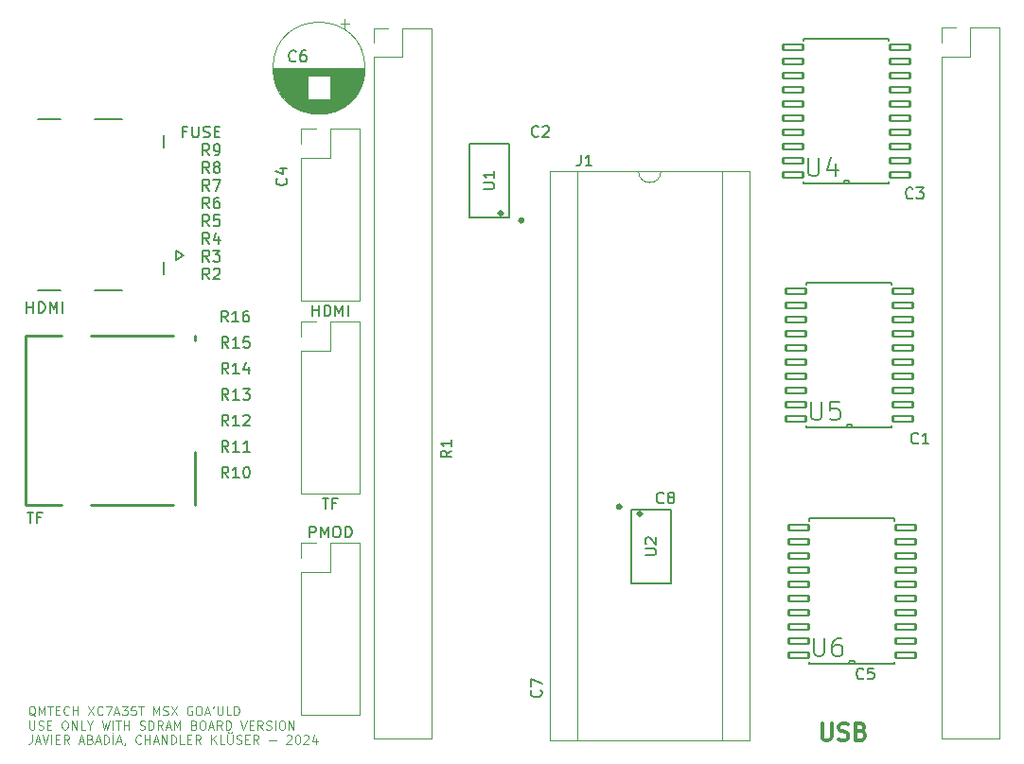
<source format=gto>
G04 #@! TF.GenerationSoftware,KiCad,Pcbnew,8.0.3*
G04 #@! TF.CreationDate,2024-06-06T03:05:29-03:00*
G04 #@! TF.ProjectId,MSX_GOAULD_XC7,4d53585f-474f-4415-954c-445f5843372e,rev?*
G04 #@! TF.SameCoordinates,Original*
G04 #@! TF.FileFunction,Legend,Top*
G04 #@! TF.FilePolarity,Positive*
%FSLAX46Y46*%
G04 Gerber Fmt 4.6, Leading zero omitted, Abs format (unit mm)*
G04 Created by KiCad (PCBNEW 8.0.3) date 2024-06-06 03:05:29*
%MOMM*%
%LPD*%
G01*
G04 APERTURE LIST*
G04 Aperture macros list*
%AMRoundRect*
0 Rectangle with rounded corners*
0 $1 Rounding radius*
0 $2 $3 $4 $5 $6 $7 $8 $9 X,Y pos of 4 corners*
0 Add a 4 corners polygon primitive as box body*
4,1,4,$2,$3,$4,$5,$6,$7,$8,$9,$2,$3,0*
0 Add four circle primitives for the rounded corners*
1,1,$1+$1,$2,$3*
1,1,$1+$1,$4,$5*
1,1,$1+$1,$6,$7*
1,1,$1+$1,$8,$9*
0 Add four rect primitives between the rounded corners*
20,1,$1+$1,$2,$3,$4,$5,0*
20,1,$1+$1,$4,$5,$6,$7,0*
20,1,$1+$1,$6,$7,$8,$9,0*
20,1,$1+$1,$8,$9,$2,$3,0*%
G04 Aperture macros list end*
%ADD10C,0.100000*%
%ADD11C,0.300000*%
%ADD12C,0.150000*%
%ADD13C,0.152400*%
%ADD14C,0.120000*%
%ADD15C,0.250000*%
%ADD16C,0.010000*%
%ADD17R,1.167000X1.192000*%
%ADD18RoundRect,0.102000X0.901700X0.266700X-0.901700X0.266700X-0.901700X-0.266700X0.901700X-0.266700X0*%
%ADD19R,1.600000X1.600000*%
%ADD20O,1.600000X1.600000*%
%ADD21R,1.192000X1.167000*%
%ADD22O,3.452400X1.652400*%
%ADD23O,2.452400X1.652400*%
%ADD24C,1.000000*%
%ADD25R,1.600000X0.700000*%
%ADD26R,1.500000X1.200000*%
%ADD27R,2.200000X1.200000*%
%ADD28R,1.500000X1.600000*%
%ADD29C,1.600000*%
%ADD30O,1.740000X0.360000*%
%ADD31R,1.700000X1.700000*%
%ADD32O,1.700000X1.700000*%
G04 APERTURE END LIST*
D10*
X94007598Y-140907175D02*
X93931408Y-140869080D01*
X93931408Y-140869080D02*
X93855217Y-140792890D01*
X93855217Y-140792890D02*
X93740931Y-140678604D01*
X93740931Y-140678604D02*
X93664741Y-140640509D01*
X93664741Y-140640509D02*
X93588550Y-140640509D01*
X93626646Y-140830985D02*
X93550455Y-140792890D01*
X93550455Y-140792890D02*
X93474265Y-140716699D01*
X93474265Y-140716699D02*
X93436169Y-140564318D01*
X93436169Y-140564318D02*
X93436169Y-140297651D01*
X93436169Y-140297651D02*
X93474265Y-140145270D01*
X93474265Y-140145270D02*
X93550455Y-140069080D01*
X93550455Y-140069080D02*
X93626646Y-140030985D01*
X93626646Y-140030985D02*
X93779027Y-140030985D01*
X93779027Y-140030985D02*
X93855217Y-140069080D01*
X93855217Y-140069080D02*
X93931408Y-140145270D01*
X93931408Y-140145270D02*
X93969503Y-140297651D01*
X93969503Y-140297651D02*
X93969503Y-140564318D01*
X93969503Y-140564318D02*
X93931408Y-140716699D01*
X93931408Y-140716699D02*
X93855217Y-140792890D01*
X93855217Y-140792890D02*
X93779027Y-140830985D01*
X93779027Y-140830985D02*
X93626646Y-140830985D01*
X94312360Y-140830985D02*
X94312360Y-140030985D01*
X94312360Y-140030985D02*
X94579026Y-140602413D01*
X94579026Y-140602413D02*
X94845693Y-140030985D01*
X94845693Y-140030985D02*
X94845693Y-140830985D01*
X95112360Y-140030985D02*
X95569503Y-140030985D01*
X95340931Y-140830985D02*
X95340931Y-140030985D01*
X95836170Y-140411937D02*
X96102836Y-140411937D01*
X96217122Y-140830985D02*
X95836170Y-140830985D01*
X95836170Y-140830985D02*
X95836170Y-140030985D01*
X95836170Y-140030985D02*
X96217122Y-140030985D01*
X97017123Y-140754794D02*
X96979027Y-140792890D01*
X96979027Y-140792890D02*
X96864742Y-140830985D01*
X96864742Y-140830985D02*
X96788551Y-140830985D01*
X96788551Y-140830985D02*
X96674265Y-140792890D01*
X96674265Y-140792890D02*
X96598075Y-140716699D01*
X96598075Y-140716699D02*
X96559980Y-140640509D01*
X96559980Y-140640509D02*
X96521884Y-140488128D01*
X96521884Y-140488128D02*
X96521884Y-140373842D01*
X96521884Y-140373842D02*
X96559980Y-140221461D01*
X96559980Y-140221461D02*
X96598075Y-140145270D01*
X96598075Y-140145270D02*
X96674265Y-140069080D01*
X96674265Y-140069080D02*
X96788551Y-140030985D01*
X96788551Y-140030985D02*
X96864742Y-140030985D01*
X96864742Y-140030985D02*
X96979027Y-140069080D01*
X96979027Y-140069080D02*
X97017123Y-140107175D01*
X97359980Y-140830985D02*
X97359980Y-140030985D01*
X97359980Y-140411937D02*
X97817123Y-140411937D01*
X97817123Y-140830985D02*
X97817123Y-140030985D01*
X98731408Y-140030985D02*
X99264742Y-140830985D01*
X99264742Y-140030985D02*
X98731408Y-140830985D01*
X100026647Y-140754794D02*
X99988551Y-140792890D01*
X99988551Y-140792890D02*
X99874266Y-140830985D01*
X99874266Y-140830985D02*
X99798075Y-140830985D01*
X99798075Y-140830985D02*
X99683789Y-140792890D01*
X99683789Y-140792890D02*
X99607599Y-140716699D01*
X99607599Y-140716699D02*
X99569504Y-140640509D01*
X99569504Y-140640509D02*
X99531408Y-140488128D01*
X99531408Y-140488128D02*
X99531408Y-140373842D01*
X99531408Y-140373842D02*
X99569504Y-140221461D01*
X99569504Y-140221461D02*
X99607599Y-140145270D01*
X99607599Y-140145270D02*
X99683789Y-140069080D01*
X99683789Y-140069080D02*
X99798075Y-140030985D01*
X99798075Y-140030985D02*
X99874266Y-140030985D01*
X99874266Y-140030985D02*
X99988551Y-140069080D01*
X99988551Y-140069080D02*
X100026647Y-140107175D01*
X100293313Y-140030985D02*
X100826647Y-140030985D01*
X100826647Y-140030985D02*
X100483789Y-140830985D01*
X101093313Y-140602413D02*
X101474266Y-140602413D01*
X101017123Y-140830985D02*
X101283790Y-140030985D01*
X101283790Y-140030985D02*
X101550456Y-140830985D01*
X101740932Y-140030985D02*
X102236170Y-140030985D01*
X102236170Y-140030985D02*
X101969504Y-140335747D01*
X101969504Y-140335747D02*
X102083789Y-140335747D01*
X102083789Y-140335747D02*
X102159980Y-140373842D01*
X102159980Y-140373842D02*
X102198075Y-140411937D01*
X102198075Y-140411937D02*
X102236170Y-140488128D01*
X102236170Y-140488128D02*
X102236170Y-140678604D01*
X102236170Y-140678604D02*
X102198075Y-140754794D01*
X102198075Y-140754794D02*
X102159980Y-140792890D01*
X102159980Y-140792890D02*
X102083789Y-140830985D01*
X102083789Y-140830985D02*
X101855218Y-140830985D01*
X101855218Y-140830985D02*
X101779027Y-140792890D01*
X101779027Y-140792890D02*
X101740932Y-140754794D01*
X102959980Y-140030985D02*
X102579028Y-140030985D01*
X102579028Y-140030985D02*
X102540932Y-140411937D01*
X102540932Y-140411937D02*
X102579028Y-140373842D01*
X102579028Y-140373842D02*
X102655218Y-140335747D01*
X102655218Y-140335747D02*
X102845694Y-140335747D01*
X102845694Y-140335747D02*
X102921885Y-140373842D01*
X102921885Y-140373842D02*
X102959980Y-140411937D01*
X102959980Y-140411937D02*
X102998075Y-140488128D01*
X102998075Y-140488128D02*
X102998075Y-140678604D01*
X102998075Y-140678604D02*
X102959980Y-140754794D01*
X102959980Y-140754794D02*
X102921885Y-140792890D01*
X102921885Y-140792890D02*
X102845694Y-140830985D01*
X102845694Y-140830985D02*
X102655218Y-140830985D01*
X102655218Y-140830985D02*
X102579028Y-140792890D01*
X102579028Y-140792890D02*
X102540932Y-140754794D01*
X103226647Y-140030985D02*
X103683790Y-140030985D01*
X103455218Y-140830985D02*
X103455218Y-140030985D01*
X104559981Y-140830985D02*
X104559981Y-140030985D01*
X104559981Y-140030985D02*
X104826647Y-140602413D01*
X104826647Y-140602413D02*
X105093314Y-140030985D01*
X105093314Y-140030985D02*
X105093314Y-140830985D01*
X105436171Y-140792890D02*
X105550457Y-140830985D01*
X105550457Y-140830985D02*
X105740933Y-140830985D01*
X105740933Y-140830985D02*
X105817124Y-140792890D01*
X105817124Y-140792890D02*
X105855219Y-140754794D01*
X105855219Y-140754794D02*
X105893314Y-140678604D01*
X105893314Y-140678604D02*
X105893314Y-140602413D01*
X105893314Y-140602413D02*
X105855219Y-140526223D01*
X105855219Y-140526223D02*
X105817124Y-140488128D01*
X105817124Y-140488128D02*
X105740933Y-140450032D01*
X105740933Y-140450032D02*
X105588552Y-140411937D01*
X105588552Y-140411937D02*
X105512362Y-140373842D01*
X105512362Y-140373842D02*
X105474267Y-140335747D01*
X105474267Y-140335747D02*
X105436171Y-140259556D01*
X105436171Y-140259556D02*
X105436171Y-140183366D01*
X105436171Y-140183366D02*
X105474267Y-140107175D01*
X105474267Y-140107175D02*
X105512362Y-140069080D01*
X105512362Y-140069080D02*
X105588552Y-140030985D01*
X105588552Y-140030985D02*
X105779029Y-140030985D01*
X105779029Y-140030985D02*
X105893314Y-140069080D01*
X106159981Y-140030985D02*
X106693315Y-140830985D01*
X106693315Y-140030985D02*
X106159981Y-140830985D01*
X108026648Y-140069080D02*
X107950458Y-140030985D01*
X107950458Y-140030985D02*
X107836172Y-140030985D01*
X107836172Y-140030985D02*
X107721886Y-140069080D01*
X107721886Y-140069080D02*
X107645696Y-140145270D01*
X107645696Y-140145270D02*
X107607601Y-140221461D01*
X107607601Y-140221461D02*
X107569505Y-140373842D01*
X107569505Y-140373842D02*
X107569505Y-140488128D01*
X107569505Y-140488128D02*
X107607601Y-140640509D01*
X107607601Y-140640509D02*
X107645696Y-140716699D01*
X107645696Y-140716699D02*
X107721886Y-140792890D01*
X107721886Y-140792890D02*
X107836172Y-140830985D01*
X107836172Y-140830985D02*
X107912363Y-140830985D01*
X107912363Y-140830985D02*
X108026648Y-140792890D01*
X108026648Y-140792890D02*
X108064744Y-140754794D01*
X108064744Y-140754794D02*
X108064744Y-140488128D01*
X108064744Y-140488128D02*
X107912363Y-140488128D01*
X108559982Y-140030985D02*
X108712363Y-140030985D01*
X108712363Y-140030985D02*
X108788553Y-140069080D01*
X108788553Y-140069080D02*
X108864744Y-140145270D01*
X108864744Y-140145270D02*
X108902839Y-140297651D01*
X108902839Y-140297651D02*
X108902839Y-140564318D01*
X108902839Y-140564318D02*
X108864744Y-140716699D01*
X108864744Y-140716699D02*
X108788553Y-140792890D01*
X108788553Y-140792890D02*
X108712363Y-140830985D01*
X108712363Y-140830985D02*
X108559982Y-140830985D01*
X108559982Y-140830985D02*
X108483791Y-140792890D01*
X108483791Y-140792890D02*
X108407601Y-140716699D01*
X108407601Y-140716699D02*
X108369505Y-140564318D01*
X108369505Y-140564318D02*
X108369505Y-140297651D01*
X108369505Y-140297651D02*
X108407601Y-140145270D01*
X108407601Y-140145270D02*
X108483791Y-140069080D01*
X108483791Y-140069080D02*
X108559982Y-140030985D01*
X109207600Y-140602413D02*
X109588553Y-140602413D01*
X109131410Y-140830985D02*
X109398077Y-140030985D01*
X109398077Y-140030985D02*
X109664743Y-140830985D01*
X109969505Y-140030985D02*
X109893314Y-140183366D01*
X110312362Y-140030985D02*
X110312362Y-140678604D01*
X110312362Y-140678604D02*
X110350457Y-140754794D01*
X110350457Y-140754794D02*
X110388552Y-140792890D01*
X110388552Y-140792890D02*
X110464743Y-140830985D01*
X110464743Y-140830985D02*
X110617124Y-140830985D01*
X110617124Y-140830985D02*
X110693314Y-140792890D01*
X110693314Y-140792890D02*
X110731409Y-140754794D01*
X110731409Y-140754794D02*
X110769505Y-140678604D01*
X110769505Y-140678604D02*
X110769505Y-140030985D01*
X111531409Y-140830985D02*
X111150457Y-140830985D01*
X111150457Y-140830985D02*
X111150457Y-140030985D01*
X111798076Y-140830985D02*
X111798076Y-140030985D01*
X111798076Y-140030985D02*
X111988552Y-140030985D01*
X111988552Y-140030985D02*
X112102838Y-140069080D01*
X112102838Y-140069080D02*
X112179028Y-140145270D01*
X112179028Y-140145270D02*
X112217123Y-140221461D01*
X112217123Y-140221461D02*
X112255219Y-140373842D01*
X112255219Y-140373842D02*
X112255219Y-140488128D01*
X112255219Y-140488128D02*
X112217123Y-140640509D01*
X112217123Y-140640509D02*
X112179028Y-140716699D01*
X112179028Y-140716699D02*
X112102838Y-140792890D01*
X112102838Y-140792890D02*
X111988552Y-140830985D01*
X111988552Y-140830985D02*
X111798076Y-140830985D01*
X93474265Y-141318940D02*
X93474265Y-141966559D01*
X93474265Y-141966559D02*
X93512360Y-142042749D01*
X93512360Y-142042749D02*
X93550455Y-142080845D01*
X93550455Y-142080845D02*
X93626646Y-142118940D01*
X93626646Y-142118940D02*
X93779027Y-142118940D01*
X93779027Y-142118940D02*
X93855217Y-142080845D01*
X93855217Y-142080845D02*
X93893312Y-142042749D01*
X93893312Y-142042749D02*
X93931408Y-141966559D01*
X93931408Y-141966559D02*
X93931408Y-141318940D01*
X94274264Y-142080845D02*
X94388550Y-142118940D01*
X94388550Y-142118940D02*
X94579026Y-142118940D01*
X94579026Y-142118940D02*
X94655217Y-142080845D01*
X94655217Y-142080845D02*
X94693312Y-142042749D01*
X94693312Y-142042749D02*
X94731407Y-141966559D01*
X94731407Y-141966559D02*
X94731407Y-141890368D01*
X94731407Y-141890368D02*
X94693312Y-141814178D01*
X94693312Y-141814178D02*
X94655217Y-141776083D01*
X94655217Y-141776083D02*
X94579026Y-141737987D01*
X94579026Y-141737987D02*
X94426645Y-141699892D01*
X94426645Y-141699892D02*
X94350455Y-141661797D01*
X94350455Y-141661797D02*
X94312360Y-141623702D01*
X94312360Y-141623702D02*
X94274264Y-141547511D01*
X94274264Y-141547511D02*
X94274264Y-141471321D01*
X94274264Y-141471321D02*
X94312360Y-141395130D01*
X94312360Y-141395130D02*
X94350455Y-141357035D01*
X94350455Y-141357035D02*
X94426645Y-141318940D01*
X94426645Y-141318940D02*
X94617122Y-141318940D01*
X94617122Y-141318940D02*
X94731407Y-141357035D01*
X95074265Y-141699892D02*
X95340931Y-141699892D01*
X95455217Y-142118940D02*
X95074265Y-142118940D01*
X95074265Y-142118940D02*
X95074265Y-141318940D01*
X95074265Y-141318940D02*
X95455217Y-141318940D01*
X96559980Y-141318940D02*
X96712361Y-141318940D01*
X96712361Y-141318940D02*
X96788551Y-141357035D01*
X96788551Y-141357035D02*
X96864742Y-141433225D01*
X96864742Y-141433225D02*
X96902837Y-141585606D01*
X96902837Y-141585606D02*
X96902837Y-141852273D01*
X96902837Y-141852273D02*
X96864742Y-142004654D01*
X96864742Y-142004654D02*
X96788551Y-142080845D01*
X96788551Y-142080845D02*
X96712361Y-142118940D01*
X96712361Y-142118940D02*
X96559980Y-142118940D01*
X96559980Y-142118940D02*
X96483789Y-142080845D01*
X96483789Y-142080845D02*
X96407599Y-142004654D01*
X96407599Y-142004654D02*
X96369503Y-141852273D01*
X96369503Y-141852273D02*
X96369503Y-141585606D01*
X96369503Y-141585606D02*
X96407599Y-141433225D01*
X96407599Y-141433225D02*
X96483789Y-141357035D01*
X96483789Y-141357035D02*
X96559980Y-141318940D01*
X97245694Y-142118940D02*
X97245694Y-141318940D01*
X97245694Y-141318940D02*
X97702837Y-142118940D01*
X97702837Y-142118940D02*
X97702837Y-141318940D01*
X98464741Y-142118940D02*
X98083789Y-142118940D01*
X98083789Y-142118940D02*
X98083789Y-141318940D01*
X98883789Y-141737987D02*
X98883789Y-142118940D01*
X98617122Y-141318940D02*
X98883789Y-141737987D01*
X98883789Y-141737987D02*
X99150455Y-141318940D01*
X99950455Y-141318940D02*
X100140931Y-142118940D01*
X100140931Y-142118940D02*
X100293312Y-141547511D01*
X100293312Y-141547511D02*
X100445693Y-142118940D01*
X100445693Y-142118940D02*
X100636170Y-141318940D01*
X100940932Y-142118940D02*
X100940932Y-141318940D01*
X101207598Y-141318940D02*
X101664741Y-141318940D01*
X101436169Y-142118940D02*
X101436169Y-141318940D01*
X101931408Y-142118940D02*
X101931408Y-141318940D01*
X101931408Y-141699892D02*
X102388551Y-141699892D01*
X102388551Y-142118940D02*
X102388551Y-141318940D01*
X103340931Y-142080845D02*
X103455217Y-142118940D01*
X103455217Y-142118940D02*
X103645693Y-142118940D01*
X103645693Y-142118940D02*
X103721884Y-142080845D01*
X103721884Y-142080845D02*
X103759979Y-142042749D01*
X103759979Y-142042749D02*
X103798074Y-141966559D01*
X103798074Y-141966559D02*
X103798074Y-141890368D01*
X103798074Y-141890368D02*
X103759979Y-141814178D01*
X103759979Y-141814178D02*
X103721884Y-141776083D01*
X103721884Y-141776083D02*
X103645693Y-141737987D01*
X103645693Y-141737987D02*
X103493312Y-141699892D01*
X103493312Y-141699892D02*
X103417122Y-141661797D01*
X103417122Y-141661797D02*
X103379027Y-141623702D01*
X103379027Y-141623702D02*
X103340931Y-141547511D01*
X103340931Y-141547511D02*
X103340931Y-141471321D01*
X103340931Y-141471321D02*
X103379027Y-141395130D01*
X103379027Y-141395130D02*
X103417122Y-141357035D01*
X103417122Y-141357035D02*
X103493312Y-141318940D01*
X103493312Y-141318940D02*
X103683789Y-141318940D01*
X103683789Y-141318940D02*
X103798074Y-141357035D01*
X104140932Y-142118940D02*
X104140932Y-141318940D01*
X104140932Y-141318940D02*
X104331408Y-141318940D01*
X104331408Y-141318940D02*
X104445694Y-141357035D01*
X104445694Y-141357035D02*
X104521884Y-141433225D01*
X104521884Y-141433225D02*
X104559979Y-141509416D01*
X104559979Y-141509416D02*
X104598075Y-141661797D01*
X104598075Y-141661797D02*
X104598075Y-141776083D01*
X104598075Y-141776083D02*
X104559979Y-141928464D01*
X104559979Y-141928464D02*
X104521884Y-142004654D01*
X104521884Y-142004654D02*
X104445694Y-142080845D01*
X104445694Y-142080845D02*
X104331408Y-142118940D01*
X104331408Y-142118940D02*
X104140932Y-142118940D01*
X105398075Y-142118940D02*
X105131408Y-141737987D01*
X104940932Y-142118940D02*
X104940932Y-141318940D01*
X104940932Y-141318940D02*
X105245694Y-141318940D01*
X105245694Y-141318940D02*
X105321884Y-141357035D01*
X105321884Y-141357035D02*
X105359979Y-141395130D01*
X105359979Y-141395130D02*
X105398075Y-141471321D01*
X105398075Y-141471321D02*
X105398075Y-141585606D01*
X105398075Y-141585606D02*
X105359979Y-141661797D01*
X105359979Y-141661797D02*
X105321884Y-141699892D01*
X105321884Y-141699892D02*
X105245694Y-141737987D01*
X105245694Y-141737987D02*
X104940932Y-141737987D01*
X105702836Y-141890368D02*
X106083789Y-141890368D01*
X105626646Y-142118940D02*
X105893313Y-141318940D01*
X105893313Y-141318940D02*
X106159979Y-142118940D01*
X106426646Y-142118940D02*
X106426646Y-141318940D01*
X106426646Y-141318940D02*
X106693312Y-141890368D01*
X106693312Y-141890368D02*
X106959979Y-141318940D01*
X106959979Y-141318940D02*
X106959979Y-142118940D01*
X108217122Y-141699892D02*
X108331408Y-141737987D01*
X108331408Y-141737987D02*
X108369503Y-141776083D01*
X108369503Y-141776083D02*
X108407599Y-141852273D01*
X108407599Y-141852273D02*
X108407599Y-141966559D01*
X108407599Y-141966559D02*
X108369503Y-142042749D01*
X108369503Y-142042749D02*
X108331408Y-142080845D01*
X108331408Y-142080845D02*
X108255218Y-142118940D01*
X108255218Y-142118940D02*
X107950456Y-142118940D01*
X107950456Y-142118940D02*
X107950456Y-141318940D01*
X107950456Y-141318940D02*
X108217122Y-141318940D01*
X108217122Y-141318940D02*
X108293313Y-141357035D01*
X108293313Y-141357035D02*
X108331408Y-141395130D01*
X108331408Y-141395130D02*
X108369503Y-141471321D01*
X108369503Y-141471321D02*
X108369503Y-141547511D01*
X108369503Y-141547511D02*
X108331408Y-141623702D01*
X108331408Y-141623702D02*
X108293313Y-141661797D01*
X108293313Y-141661797D02*
X108217122Y-141699892D01*
X108217122Y-141699892D02*
X107950456Y-141699892D01*
X108902837Y-141318940D02*
X109055218Y-141318940D01*
X109055218Y-141318940D02*
X109131408Y-141357035D01*
X109131408Y-141357035D02*
X109207599Y-141433225D01*
X109207599Y-141433225D02*
X109245694Y-141585606D01*
X109245694Y-141585606D02*
X109245694Y-141852273D01*
X109245694Y-141852273D02*
X109207599Y-142004654D01*
X109207599Y-142004654D02*
X109131408Y-142080845D01*
X109131408Y-142080845D02*
X109055218Y-142118940D01*
X109055218Y-142118940D02*
X108902837Y-142118940D01*
X108902837Y-142118940D02*
X108826646Y-142080845D01*
X108826646Y-142080845D02*
X108750456Y-142004654D01*
X108750456Y-142004654D02*
X108712360Y-141852273D01*
X108712360Y-141852273D02*
X108712360Y-141585606D01*
X108712360Y-141585606D02*
X108750456Y-141433225D01*
X108750456Y-141433225D02*
X108826646Y-141357035D01*
X108826646Y-141357035D02*
X108902837Y-141318940D01*
X109550455Y-141890368D02*
X109931408Y-141890368D01*
X109474265Y-142118940D02*
X109740932Y-141318940D01*
X109740932Y-141318940D02*
X110007598Y-142118940D01*
X110731408Y-142118940D02*
X110464741Y-141737987D01*
X110274265Y-142118940D02*
X110274265Y-141318940D01*
X110274265Y-141318940D02*
X110579027Y-141318940D01*
X110579027Y-141318940D02*
X110655217Y-141357035D01*
X110655217Y-141357035D02*
X110693312Y-141395130D01*
X110693312Y-141395130D02*
X110731408Y-141471321D01*
X110731408Y-141471321D02*
X110731408Y-141585606D01*
X110731408Y-141585606D02*
X110693312Y-141661797D01*
X110693312Y-141661797D02*
X110655217Y-141699892D01*
X110655217Y-141699892D02*
X110579027Y-141737987D01*
X110579027Y-141737987D02*
X110274265Y-141737987D01*
X111074265Y-142118940D02*
X111074265Y-141318940D01*
X111074265Y-141318940D02*
X111264741Y-141318940D01*
X111264741Y-141318940D02*
X111379027Y-141357035D01*
X111379027Y-141357035D02*
X111455217Y-141433225D01*
X111455217Y-141433225D02*
X111493312Y-141509416D01*
X111493312Y-141509416D02*
X111531408Y-141661797D01*
X111531408Y-141661797D02*
X111531408Y-141776083D01*
X111531408Y-141776083D02*
X111493312Y-141928464D01*
X111493312Y-141928464D02*
X111455217Y-142004654D01*
X111455217Y-142004654D02*
X111379027Y-142080845D01*
X111379027Y-142080845D02*
X111264741Y-142118940D01*
X111264741Y-142118940D02*
X111074265Y-142118940D01*
X112369503Y-141318940D02*
X112636170Y-142118940D01*
X112636170Y-142118940D02*
X112902836Y-141318940D01*
X113169503Y-141699892D02*
X113436169Y-141699892D01*
X113550455Y-142118940D02*
X113169503Y-142118940D01*
X113169503Y-142118940D02*
X113169503Y-141318940D01*
X113169503Y-141318940D02*
X113550455Y-141318940D01*
X114350456Y-142118940D02*
X114083789Y-141737987D01*
X113893313Y-142118940D02*
X113893313Y-141318940D01*
X113893313Y-141318940D02*
X114198075Y-141318940D01*
X114198075Y-141318940D02*
X114274265Y-141357035D01*
X114274265Y-141357035D02*
X114312360Y-141395130D01*
X114312360Y-141395130D02*
X114350456Y-141471321D01*
X114350456Y-141471321D02*
X114350456Y-141585606D01*
X114350456Y-141585606D02*
X114312360Y-141661797D01*
X114312360Y-141661797D02*
X114274265Y-141699892D01*
X114274265Y-141699892D02*
X114198075Y-141737987D01*
X114198075Y-141737987D02*
X113893313Y-141737987D01*
X114655217Y-142080845D02*
X114769503Y-142118940D01*
X114769503Y-142118940D02*
X114959979Y-142118940D01*
X114959979Y-142118940D02*
X115036170Y-142080845D01*
X115036170Y-142080845D02*
X115074265Y-142042749D01*
X115074265Y-142042749D02*
X115112360Y-141966559D01*
X115112360Y-141966559D02*
X115112360Y-141890368D01*
X115112360Y-141890368D02*
X115074265Y-141814178D01*
X115074265Y-141814178D02*
X115036170Y-141776083D01*
X115036170Y-141776083D02*
X114959979Y-141737987D01*
X114959979Y-141737987D02*
X114807598Y-141699892D01*
X114807598Y-141699892D02*
X114731408Y-141661797D01*
X114731408Y-141661797D02*
X114693313Y-141623702D01*
X114693313Y-141623702D02*
X114655217Y-141547511D01*
X114655217Y-141547511D02*
X114655217Y-141471321D01*
X114655217Y-141471321D02*
X114693313Y-141395130D01*
X114693313Y-141395130D02*
X114731408Y-141357035D01*
X114731408Y-141357035D02*
X114807598Y-141318940D01*
X114807598Y-141318940D02*
X114998075Y-141318940D01*
X114998075Y-141318940D02*
X115112360Y-141357035D01*
X115455218Y-142118940D02*
X115455218Y-141318940D01*
X115988551Y-141318940D02*
X116140932Y-141318940D01*
X116140932Y-141318940D02*
X116217122Y-141357035D01*
X116217122Y-141357035D02*
X116293313Y-141433225D01*
X116293313Y-141433225D02*
X116331408Y-141585606D01*
X116331408Y-141585606D02*
X116331408Y-141852273D01*
X116331408Y-141852273D02*
X116293313Y-142004654D01*
X116293313Y-142004654D02*
X116217122Y-142080845D01*
X116217122Y-142080845D02*
X116140932Y-142118940D01*
X116140932Y-142118940D02*
X115988551Y-142118940D01*
X115988551Y-142118940D02*
X115912360Y-142080845D01*
X115912360Y-142080845D02*
X115836170Y-142004654D01*
X115836170Y-142004654D02*
X115798074Y-141852273D01*
X115798074Y-141852273D02*
X115798074Y-141585606D01*
X115798074Y-141585606D02*
X115836170Y-141433225D01*
X115836170Y-141433225D02*
X115912360Y-141357035D01*
X115912360Y-141357035D02*
X115988551Y-141318940D01*
X116674265Y-142118940D02*
X116674265Y-141318940D01*
X116674265Y-141318940D02*
X117131408Y-142118940D01*
X117131408Y-142118940D02*
X117131408Y-141318940D01*
X93702836Y-142606895D02*
X93702836Y-143178323D01*
X93702836Y-143178323D02*
X93664741Y-143292609D01*
X93664741Y-143292609D02*
X93588550Y-143368800D01*
X93588550Y-143368800D02*
X93474265Y-143406895D01*
X93474265Y-143406895D02*
X93398074Y-143406895D01*
X94045693Y-143178323D02*
X94426646Y-143178323D01*
X93969503Y-143406895D02*
X94236170Y-142606895D01*
X94236170Y-142606895D02*
X94502836Y-143406895D01*
X94655217Y-142606895D02*
X94921884Y-143406895D01*
X94921884Y-143406895D02*
X95188550Y-142606895D01*
X95455217Y-143406895D02*
X95455217Y-142606895D01*
X95836169Y-142987847D02*
X96102835Y-142987847D01*
X96217121Y-143406895D02*
X95836169Y-143406895D01*
X95836169Y-143406895D02*
X95836169Y-142606895D01*
X95836169Y-142606895D02*
X96217121Y-142606895D01*
X97017122Y-143406895D02*
X96750455Y-143025942D01*
X96559979Y-143406895D02*
X96559979Y-142606895D01*
X96559979Y-142606895D02*
X96864741Y-142606895D01*
X96864741Y-142606895D02*
X96940931Y-142644990D01*
X96940931Y-142644990D02*
X96979026Y-142683085D01*
X96979026Y-142683085D02*
X97017122Y-142759276D01*
X97017122Y-142759276D02*
X97017122Y-142873561D01*
X97017122Y-142873561D02*
X96979026Y-142949752D01*
X96979026Y-142949752D02*
X96940931Y-142987847D01*
X96940931Y-142987847D02*
X96864741Y-143025942D01*
X96864741Y-143025942D02*
X96559979Y-143025942D01*
X97931407Y-143178323D02*
X98312360Y-143178323D01*
X97855217Y-143406895D02*
X98121884Y-142606895D01*
X98121884Y-142606895D02*
X98388550Y-143406895D01*
X98921883Y-142987847D02*
X99036169Y-143025942D01*
X99036169Y-143025942D02*
X99074264Y-143064038D01*
X99074264Y-143064038D02*
X99112360Y-143140228D01*
X99112360Y-143140228D02*
X99112360Y-143254514D01*
X99112360Y-143254514D02*
X99074264Y-143330704D01*
X99074264Y-143330704D02*
X99036169Y-143368800D01*
X99036169Y-143368800D02*
X98959979Y-143406895D01*
X98959979Y-143406895D02*
X98655217Y-143406895D01*
X98655217Y-143406895D02*
X98655217Y-142606895D01*
X98655217Y-142606895D02*
X98921883Y-142606895D01*
X98921883Y-142606895D02*
X98998074Y-142644990D01*
X98998074Y-142644990D02*
X99036169Y-142683085D01*
X99036169Y-142683085D02*
X99074264Y-142759276D01*
X99074264Y-142759276D02*
X99074264Y-142835466D01*
X99074264Y-142835466D02*
X99036169Y-142911657D01*
X99036169Y-142911657D02*
X98998074Y-142949752D01*
X98998074Y-142949752D02*
X98921883Y-142987847D01*
X98921883Y-142987847D02*
X98655217Y-142987847D01*
X99417121Y-143178323D02*
X99798074Y-143178323D01*
X99340931Y-143406895D02*
X99607598Y-142606895D01*
X99607598Y-142606895D02*
X99874264Y-143406895D01*
X100140931Y-143406895D02*
X100140931Y-142606895D01*
X100140931Y-142606895D02*
X100331407Y-142606895D01*
X100331407Y-142606895D02*
X100445693Y-142644990D01*
X100445693Y-142644990D02*
X100521883Y-142721180D01*
X100521883Y-142721180D02*
X100559978Y-142797371D01*
X100559978Y-142797371D02*
X100598074Y-142949752D01*
X100598074Y-142949752D02*
X100598074Y-143064038D01*
X100598074Y-143064038D02*
X100559978Y-143216419D01*
X100559978Y-143216419D02*
X100521883Y-143292609D01*
X100521883Y-143292609D02*
X100445693Y-143368800D01*
X100445693Y-143368800D02*
X100331407Y-143406895D01*
X100331407Y-143406895D02*
X100140931Y-143406895D01*
X100940931Y-143406895D02*
X100940931Y-142606895D01*
X101017121Y-142302133D02*
X100902835Y-142416419D01*
X101283787Y-143178323D02*
X101664740Y-143178323D01*
X101207597Y-143406895D02*
X101474264Y-142606895D01*
X101474264Y-142606895D02*
X101740930Y-143406895D01*
X102045692Y-143368800D02*
X102045692Y-143406895D01*
X102045692Y-143406895D02*
X102007597Y-143483085D01*
X102007597Y-143483085D02*
X101969501Y-143521180D01*
X103455216Y-143330704D02*
X103417120Y-143368800D01*
X103417120Y-143368800D02*
X103302835Y-143406895D01*
X103302835Y-143406895D02*
X103226644Y-143406895D01*
X103226644Y-143406895D02*
X103112358Y-143368800D01*
X103112358Y-143368800D02*
X103036168Y-143292609D01*
X103036168Y-143292609D02*
X102998073Y-143216419D01*
X102998073Y-143216419D02*
X102959977Y-143064038D01*
X102959977Y-143064038D02*
X102959977Y-142949752D01*
X102959977Y-142949752D02*
X102998073Y-142797371D01*
X102998073Y-142797371D02*
X103036168Y-142721180D01*
X103036168Y-142721180D02*
X103112358Y-142644990D01*
X103112358Y-142644990D02*
X103226644Y-142606895D01*
X103226644Y-142606895D02*
X103302835Y-142606895D01*
X103302835Y-142606895D02*
X103417120Y-142644990D01*
X103417120Y-142644990D02*
X103455216Y-142683085D01*
X103798073Y-143406895D02*
X103798073Y-142606895D01*
X103798073Y-142987847D02*
X104255216Y-142987847D01*
X104255216Y-143406895D02*
X104255216Y-142606895D01*
X104598072Y-143178323D02*
X104979025Y-143178323D01*
X104521882Y-143406895D02*
X104788549Y-142606895D01*
X104788549Y-142606895D02*
X105055215Y-143406895D01*
X105321882Y-143406895D02*
X105321882Y-142606895D01*
X105321882Y-142606895D02*
X105779025Y-143406895D01*
X105779025Y-143406895D02*
X105779025Y-142606895D01*
X106159977Y-143406895D02*
X106159977Y-142606895D01*
X106159977Y-142606895D02*
X106350453Y-142606895D01*
X106350453Y-142606895D02*
X106464739Y-142644990D01*
X106464739Y-142644990D02*
X106540929Y-142721180D01*
X106540929Y-142721180D02*
X106579024Y-142797371D01*
X106579024Y-142797371D02*
X106617120Y-142949752D01*
X106617120Y-142949752D02*
X106617120Y-143064038D01*
X106617120Y-143064038D02*
X106579024Y-143216419D01*
X106579024Y-143216419D02*
X106540929Y-143292609D01*
X106540929Y-143292609D02*
X106464739Y-143368800D01*
X106464739Y-143368800D02*
X106350453Y-143406895D01*
X106350453Y-143406895D02*
X106159977Y-143406895D01*
X107340929Y-143406895D02*
X106959977Y-143406895D01*
X106959977Y-143406895D02*
X106959977Y-142606895D01*
X107607596Y-142987847D02*
X107874262Y-142987847D01*
X107988548Y-143406895D02*
X107607596Y-143406895D01*
X107607596Y-143406895D02*
X107607596Y-142606895D01*
X107607596Y-142606895D02*
X107988548Y-142606895D01*
X108788549Y-143406895D02*
X108521882Y-143025942D01*
X108331406Y-143406895D02*
X108331406Y-142606895D01*
X108331406Y-142606895D02*
X108636168Y-142606895D01*
X108636168Y-142606895D02*
X108712358Y-142644990D01*
X108712358Y-142644990D02*
X108750453Y-142683085D01*
X108750453Y-142683085D02*
X108788549Y-142759276D01*
X108788549Y-142759276D02*
X108788549Y-142873561D01*
X108788549Y-142873561D02*
X108750453Y-142949752D01*
X108750453Y-142949752D02*
X108712358Y-142987847D01*
X108712358Y-142987847D02*
X108636168Y-143025942D01*
X108636168Y-143025942D02*
X108331406Y-143025942D01*
X109740930Y-143406895D02*
X109740930Y-142606895D01*
X110198073Y-143406895D02*
X109855215Y-142949752D01*
X110198073Y-142606895D02*
X109740930Y-143064038D01*
X110921882Y-143406895D02*
X110540930Y-143406895D01*
X110540930Y-143406895D02*
X110540930Y-142606895D01*
X111188549Y-142606895D02*
X111188549Y-143254514D01*
X111188549Y-143254514D02*
X111226644Y-143330704D01*
X111226644Y-143330704D02*
X111264739Y-143368800D01*
X111264739Y-143368800D02*
X111340930Y-143406895D01*
X111340930Y-143406895D02*
X111493311Y-143406895D01*
X111493311Y-143406895D02*
X111569501Y-143368800D01*
X111569501Y-143368800D02*
X111607596Y-143330704D01*
X111607596Y-143330704D02*
X111645692Y-143254514D01*
X111645692Y-143254514D02*
X111645692Y-142606895D01*
X111264739Y-142340228D02*
X111302834Y-142378323D01*
X111302834Y-142378323D02*
X111264739Y-142416419D01*
X111264739Y-142416419D02*
X111226644Y-142378323D01*
X111226644Y-142378323D02*
X111264739Y-142340228D01*
X111264739Y-142340228D02*
X111264739Y-142416419D01*
X111569501Y-142340228D02*
X111607596Y-142378323D01*
X111607596Y-142378323D02*
X111569501Y-142416419D01*
X111569501Y-142416419D02*
X111531406Y-142378323D01*
X111531406Y-142378323D02*
X111569501Y-142340228D01*
X111569501Y-142340228D02*
X111569501Y-142416419D01*
X111988548Y-143368800D02*
X112102834Y-143406895D01*
X112102834Y-143406895D02*
X112293310Y-143406895D01*
X112293310Y-143406895D02*
X112369501Y-143368800D01*
X112369501Y-143368800D02*
X112407596Y-143330704D01*
X112407596Y-143330704D02*
X112445691Y-143254514D01*
X112445691Y-143254514D02*
X112445691Y-143178323D01*
X112445691Y-143178323D02*
X112407596Y-143102133D01*
X112407596Y-143102133D02*
X112369501Y-143064038D01*
X112369501Y-143064038D02*
X112293310Y-143025942D01*
X112293310Y-143025942D02*
X112140929Y-142987847D01*
X112140929Y-142987847D02*
X112064739Y-142949752D01*
X112064739Y-142949752D02*
X112026644Y-142911657D01*
X112026644Y-142911657D02*
X111988548Y-142835466D01*
X111988548Y-142835466D02*
X111988548Y-142759276D01*
X111988548Y-142759276D02*
X112026644Y-142683085D01*
X112026644Y-142683085D02*
X112064739Y-142644990D01*
X112064739Y-142644990D02*
X112140929Y-142606895D01*
X112140929Y-142606895D02*
X112331406Y-142606895D01*
X112331406Y-142606895D02*
X112445691Y-142644990D01*
X112788549Y-142987847D02*
X113055215Y-142987847D01*
X113169501Y-143406895D02*
X112788549Y-143406895D01*
X112788549Y-143406895D02*
X112788549Y-142606895D01*
X112788549Y-142606895D02*
X113169501Y-142606895D01*
X113969502Y-143406895D02*
X113702835Y-143025942D01*
X113512359Y-143406895D02*
X113512359Y-142606895D01*
X113512359Y-142606895D02*
X113817121Y-142606895D01*
X113817121Y-142606895D02*
X113893311Y-142644990D01*
X113893311Y-142644990D02*
X113931406Y-142683085D01*
X113931406Y-142683085D02*
X113969502Y-142759276D01*
X113969502Y-142759276D02*
X113969502Y-142873561D01*
X113969502Y-142873561D02*
X113931406Y-142949752D01*
X113931406Y-142949752D02*
X113893311Y-142987847D01*
X113893311Y-142987847D02*
X113817121Y-143025942D01*
X113817121Y-143025942D02*
X113512359Y-143025942D01*
X114921883Y-143102133D02*
X115531407Y-143102133D01*
X116483787Y-142683085D02*
X116521883Y-142644990D01*
X116521883Y-142644990D02*
X116598073Y-142606895D01*
X116598073Y-142606895D02*
X116788549Y-142606895D01*
X116788549Y-142606895D02*
X116864740Y-142644990D01*
X116864740Y-142644990D02*
X116902835Y-142683085D01*
X116902835Y-142683085D02*
X116940930Y-142759276D01*
X116940930Y-142759276D02*
X116940930Y-142835466D01*
X116940930Y-142835466D02*
X116902835Y-142949752D01*
X116902835Y-142949752D02*
X116445692Y-143406895D01*
X116445692Y-143406895D02*
X116940930Y-143406895D01*
X117436169Y-142606895D02*
X117512359Y-142606895D01*
X117512359Y-142606895D02*
X117588550Y-142644990D01*
X117588550Y-142644990D02*
X117626645Y-142683085D01*
X117626645Y-142683085D02*
X117664740Y-142759276D01*
X117664740Y-142759276D02*
X117702835Y-142911657D01*
X117702835Y-142911657D02*
X117702835Y-143102133D01*
X117702835Y-143102133D02*
X117664740Y-143254514D01*
X117664740Y-143254514D02*
X117626645Y-143330704D01*
X117626645Y-143330704D02*
X117588550Y-143368800D01*
X117588550Y-143368800D02*
X117512359Y-143406895D01*
X117512359Y-143406895D02*
X117436169Y-143406895D01*
X117436169Y-143406895D02*
X117359978Y-143368800D01*
X117359978Y-143368800D02*
X117321883Y-143330704D01*
X117321883Y-143330704D02*
X117283788Y-143254514D01*
X117283788Y-143254514D02*
X117245692Y-143102133D01*
X117245692Y-143102133D02*
X117245692Y-142911657D01*
X117245692Y-142911657D02*
X117283788Y-142759276D01*
X117283788Y-142759276D02*
X117321883Y-142683085D01*
X117321883Y-142683085D02*
X117359978Y-142644990D01*
X117359978Y-142644990D02*
X117436169Y-142606895D01*
X118007597Y-142683085D02*
X118045693Y-142644990D01*
X118045693Y-142644990D02*
X118121883Y-142606895D01*
X118121883Y-142606895D02*
X118312359Y-142606895D01*
X118312359Y-142606895D02*
X118388550Y-142644990D01*
X118388550Y-142644990D02*
X118426645Y-142683085D01*
X118426645Y-142683085D02*
X118464740Y-142759276D01*
X118464740Y-142759276D02*
X118464740Y-142835466D01*
X118464740Y-142835466D02*
X118426645Y-142949752D01*
X118426645Y-142949752D02*
X117969502Y-143406895D01*
X117969502Y-143406895D02*
X118464740Y-143406895D01*
X119150455Y-142873561D02*
X119150455Y-143406895D01*
X118959979Y-142568800D02*
X118769502Y-143140228D01*
X118769502Y-143140228D02*
X119264741Y-143140228D01*
D11*
X164384510Y-141556828D02*
X164384510Y-142771114D01*
X164384510Y-142771114D02*
X164455939Y-142913971D01*
X164455939Y-142913971D02*
X164527368Y-142985400D01*
X164527368Y-142985400D02*
X164670225Y-143056828D01*
X164670225Y-143056828D02*
X164955939Y-143056828D01*
X164955939Y-143056828D02*
X165098796Y-142985400D01*
X165098796Y-142985400D02*
X165170225Y-142913971D01*
X165170225Y-142913971D02*
X165241653Y-142771114D01*
X165241653Y-142771114D02*
X165241653Y-141556828D01*
X165884511Y-142985400D02*
X166098797Y-143056828D01*
X166098797Y-143056828D02*
X166455939Y-143056828D01*
X166455939Y-143056828D02*
X166598797Y-142985400D01*
X166598797Y-142985400D02*
X166670225Y-142913971D01*
X166670225Y-142913971D02*
X166741654Y-142771114D01*
X166741654Y-142771114D02*
X166741654Y-142628257D01*
X166741654Y-142628257D02*
X166670225Y-142485400D01*
X166670225Y-142485400D02*
X166598797Y-142413971D01*
X166598797Y-142413971D02*
X166455939Y-142342542D01*
X166455939Y-142342542D02*
X166170225Y-142271114D01*
X166170225Y-142271114D02*
X166027368Y-142199685D01*
X166027368Y-142199685D02*
X165955939Y-142128257D01*
X165955939Y-142128257D02*
X165884511Y-141985400D01*
X165884511Y-141985400D02*
X165884511Y-141842542D01*
X165884511Y-141842542D02*
X165955939Y-141699685D01*
X165955939Y-141699685D02*
X166027368Y-141628257D01*
X166027368Y-141628257D02*
X166170225Y-141556828D01*
X166170225Y-141556828D02*
X166527368Y-141556828D01*
X166527368Y-141556828D02*
X166741654Y-141628257D01*
X167884510Y-142271114D02*
X168098796Y-142342542D01*
X168098796Y-142342542D02*
X168170225Y-142413971D01*
X168170225Y-142413971D02*
X168241653Y-142556828D01*
X168241653Y-142556828D02*
X168241653Y-142771114D01*
X168241653Y-142771114D02*
X168170225Y-142913971D01*
X168170225Y-142913971D02*
X168098796Y-142985400D01*
X168098796Y-142985400D02*
X167955939Y-143056828D01*
X167955939Y-143056828D02*
X167384510Y-143056828D01*
X167384510Y-143056828D02*
X167384510Y-141556828D01*
X167384510Y-141556828D02*
X167884510Y-141556828D01*
X167884510Y-141556828D02*
X168027368Y-141628257D01*
X168027368Y-141628257D02*
X168098796Y-141699685D01*
X168098796Y-141699685D02*
X168170225Y-141842542D01*
X168170225Y-141842542D02*
X168170225Y-141985400D01*
X168170225Y-141985400D02*
X168098796Y-142128257D01*
X168098796Y-142128257D02*
X168027368Y-142199685D01*
X168027368Y-142199685D02*
X167884510Y-142271114D01*
X167884510Y-142271114D02*
X167384510Y-142271114D01*
D12*
X109561333Y-100213319D02*
X109228000Y-99737128D01*
X108989905Y-100213319D02*
X108989905Y-99213319D01*
X108989905Y-99213319D02*
X109370857Y-99213319D01*
X109370857Y-99213319D02*
X109466095Y-99260938D01*
X109466095Y-99260938D02*
X109513714Y-99308557D01*
X109513714Y-99308557D02*
X109561333Y-99403795D01*
X109561333Y-99403795D02*
X109561333Y-99546652D01*
X109561333Y-99546652D02*
X109513714Y-99641890D01*
X109513714Y-99641890D02*
X109466095Y-99689509D01*
X109466095Y-99689509D02*
X109370857Y-99737128D01*
X109370857Y-99737128D02*
X108989905Y-99737128D01*
X109894667Y-99213319D02*
X110513714Y-99213319D01*
X110513714Y-99213319D02*
X110180381Y-99594271D01*
X110180381Y-99594271D02*
X110323238Y-99594271D01*
X110323238Y-99594271D02*
X110418476Y-99641890D01*
X110418476Y-99641890D02*
X110466095Y-99689509D01*
X110466095Y-99689509D02*
X110513714Y-99784747D01*
X110513714Y-99784747D02*
X110513714Y-100022842D01*
X110513714Y-100022842D02*
X110466095Y-100118080D01*
X110466095Y-100118080D02*
X110418476Y-100165700D01*
X110418476Y-100165700D02*
X110323238Y-100213319D01*
X110323238Y-100213319D02*
X110037524Y-100213319D01*
X110037524Y-100213319D02*
X109942286Y-100165700D01*
X109942286Y-100165700D02*
X109894667Y-100118080D01*
X109561333Y-97038319D02*
X109228000Y-96562128D01*
X108989905Y-97038319D02*
X108989905Y-96038319D01*
X108989905Y-96038319D02*
X109370857Y-96038319D01*
X109370857Y-96038319D02*
X109466095Y-96085938D01*
X109466095Y-96085938D02*
X109513714Y-96133557D01*
X109513714Y-96133557D02*
X109561333Y-96228795D01*
X109561333Y-96228795D02*
X109561333Y-96371652D01*
X109561333Y-96371652D02*
X109513714Y-96466890D01*
X109513714Y-96466890D02*
X109466095Y-96514509D01*
X109466095Y-96514509D02*
X109370857Y-96562128D01*
X109370857Y-96562128D02*
X108989905Y-96562128D01*
X110466095Y-96038319D02*
X109989905Y-96038319D01*
X109989905Y-96038319D02*
X109942286Y-96514509D01*
X109942286Y-96514509D02*
X109989905Y-96466890D01*
X109989905Y-96466890D02*
X110085143Y-96419271D01*
X110085143Y-96419271D02*
X110323238Y-96419271D01*
X110323238Y-96419271D02*
X110418476Y-96466890D01*
X110418476Y-96466890D02*
X110466095Y-96514509D01*
X110466095Y-96514509D02*
X110513714Y-96609747D01*
X110513714Y-96609747D02*
X110513714Y-96847842D01*
X110513714Y-96847842D02*
X110466095Y-96943080D01*
X110466095Y-96943080D02*
X110418476Y-96990700D01*
X110418476Y-96990700D02*
X110323238Y-97038319D01*
X110323238Y-97038319D02*
X110085143Y-97038319D01*
X110085143Y-97038319D02*
X109989905Y-96990700D01*
X109989905Y-96990700D02*
X109942286Y-96943080D01*
X111281642Y-110267519D02*
X110948309Y-109791328D01*
X110710214Y-110267519D02*
X110710214Y-109267519D01*
X110710214Y-109267519D02*
X111091166Y-109267519D01*
X111091166Y-109267519D02*
X111186404Y-109315138D01*
X111186404Y-109315138D02*
X111234023Y-109362757D01*
X111234023Y-109362757D02*
X111281642Y-109457995D01*
X111281642Y-109457995D02*
X111281642Y-109600852D01*
X111281642Y-109600852D02*
X111234023Y-109696090D01*
X111234023Y-109696090D02*
X111186404Y-109743709D01*
X111186404Y-109743709D02*
X111091166Y-109791328D01*
X111091166Y-109791328D02*
X110710214Y-109791328D01*
X112234023Y-110267519D02*
X111662595Y-110267519D01*
X111948309Y-110267519D02*
X111948309Y-109267519D01*
X111948309Y-109267519D02*
X111853071Y-109410376D01*
X111853071Y-109410376D02*
X111757833Y-109505614D01*
X111757833Y-109505614D02*
X111662595Y-109553233D01*
X113091166Y-109600852D02*
X113091166Y-110267519D01*
X112853071Y-109219900D02*
X112614976Y-109934185D01*
X112614976Y-109934185D02*
X113234023Y-109934185D01*
X107504076Y-88577009D02*
X107170743Y-88577009D01*
X107170743Y-89100819D02*
X107170743Y-88100819D01*
X107170743Y-88100819D02*
X107646933Y-88100819D01*
X108027886Y-88100819D02*
X108027886Y-88910342D01*
X108027886Y-88910342D02*
X108075505Y-89005580D01*
X108075505Y-89005580D02*
X108123124Y-89053200D01*
X108123124Y-89053200D02*
X108218362Y-89100819D01*
X108218362Y-89100819D02*
X108408838Y-89100819D01*
X108408838Y-89100819D02*
X108504076Y-89053200D01*
X108504076Y-89053200D02*
X108551695Y-89005580D01*
X108551695Y-89005580D02*
X108599314Y-88910342D01*
X108599314Y-88910342D02*
X108599314Y-88100819D01*
X109027886Y-89053200D02*
X109170743Y-89100819D01*
X109170743Y-89100819D02*
X109408838Y-89100819D01*
X109408838Y-89100819D02*
X109504076Y-89053200D01*
X109504076Y-89053200D02*
X109551695Y-89005580D01*
X109551695Y-89005580D02*
X109599314Y-88910342D01*
X109599314Y-88910342D02*
X109599314Y-88815104D01*
X109599314Y-88815104D02*
X109551695Y-88719866D01*
X109551695Y-88719866D02*
X109504076Y-88672247D01*
X109504076Y-88672247D02*
X109408838Y-88624628D01*
X109408838Y-88624628D02*
X109218362Y-88577009D01*
X109218362Y-88577009D02*
X109123124Y-88529390D01*
X109123124Y-88529390D02*
X109075505Y-88481771D01*
X109075505Y-88481771D02*
X109027886Y-88386533D01*
X109027886Y-88386533D02*
X109027886Y-88291295D01*
X109027886Y-88291295D02*
X109075505Y-88196057D01*
X109075505Y-88196057D02*
X109123124Y-88148438D01*
X109123124Y-88148438D02*
X109218362Y-88100819D01*
X109218362Y-88100819D02*
X109456457Y-88100819D01*
X109456457Y-88100819D02*
X109599314Y-88148438D01*
X110027886Y-88577009D02*
X110361219Y-88577009D01*
X110504076Y-89100819D02*
X110027886Y-89100819D01*
X110027886Y-89100819D02*
X110027886Y-88100819D01*
X110027886Y-88100819D02*
X110504076Y-88100819D01*
X150201333Y-121771580D02*
X150153714Y-121819200D01*
X150153714Y-121819200D02*
X150010857Y-121866819D01*
X150010857Y-121866819D02*
X149915619Y-121866819D01*
X149915619Y-121866819D02*
X149772762Y-121819200D01*
X149772762Y-121819200D02*
X149677524Y-121723961D01*
X149677524Y-121723961D02*
X149629905Y-121628723D01*
X149629905Y-121628723D02*
X149582286Y-121438247D01*
X149582286Y-121438247D02*
X149582286Y-121295390D01*
X149582286Y-121295390D02*
X149629905Y-121104914D01*
X149629905Y-121104914D02*
X149677524Y-121009676D01*
X149677524Y-121009676D02*
X149772762Y-120914438D01*
X149772762Y-120914438D02*
X149915619Y-120866819D01*
X149915619Y-120866819D02*
X150010857Y-120866819D01*
X150010857Y-120866819D02*
X150153714Y-120914438D01*
X150153714Y-120914438D02*
X150201333Y-120962057D01*
X150772762Y-121295390D02*
X150677524Y-121247771D01*
X150677524Y-121247771D02*
X150629905Y-121200152D01*
X150629905Y-121200152D02*
X150582286Y-121104914D01*
X150582286Y-121104914D02*
X150582286Y-121057295D01*
X150582286Y-121057295D02*
X150629905Y-120962057D01*
X150629905Y-120962057D02*
X150677524Y-120914438D01*
X150677524Y-120914438D02*
X150772762Y-120866819D01*
X150772762Y-120866819D02*
X150963238Y-120866819D01*
X150963238Y-120866819D02*
X151058476Y-120914438D01*
X151058476Y-120914438D02*
X151106095Y-120962057D01*
X151106095Y-120962057D02*
X151153714Y-121057295D01*
X151153714Y-121057295D02*
X151153714Y-121104914D01*
X151153714Y-121104914D02*
X151106095Y-121200152D01*
X151106095Y-121200152D02*
X151058476Y-121247771D01*
X151058476Y-121247771D02*
X150963238Y-121295390D01*
X150963238Y-121295390D02*
X150772762Y-121295390D01*
X150772762Y-121295390D02*
X150677524Y-121343009D01*
X150677524Y-121343009D02*
X150629905Y-121390628D01*
X150629905Y-121390628D02*
X150582286Y-121485866D01*
X150582286Y-121485866D02*
X150582286Y-121676342D01*
X150582286Y-121676342D02*
X150629905Y-121771580D01*
X150629905Y-121771580D02*
X150677524Y-121819200D01*
X150677524Y-121819200D02*
X150772762Y-121866819D01*
X150772762Y-121866819D02*
X150963238Y-121866819D01*
X150963238Y-121866819D02*
X151058476Y-121819200D01*
X151058476Y-121819200D02*
X151106095Y-121771580D01*
X151106095Y-121771580D02*
X151153714Y-121676342D01*
X151153714Y-121676342D02*
X151153714Y-121485866D01*
X151153714Y-121485866D02*
X151106095Y-121390628D01*
X151106095Y-121390628D02*
X151058476Y-121343009D01*
X151058476Y-121343009D02*
X150963238Y-121295390D01*
X172502533Y-94490380D02*
X172454914Y-94538000D01*
X172454914Y-94538000D02*
X172312057Y-94585619D01*
X172312057Y-94585619D02*
X172216819Y-94585619D01*
X172216819Y-94585619D02*
X172073962Y-94538000D01*
X172073962Y-94538000D02*
X171978724Y-94442761D01*
X171978724Y-94442761D02*
X171931105Y-94347523D01*
X171931105Y-94347523D02*
X171883486Y-94157047D01*
X171883486Y-94157047D02*
X171883486Y-94014190D01*
X171883486Y-94014190D02*
X171931105Y-93823714D01*
X171931105Y-93823714D02*
X171978724Y-93728476D01*
X171978724Y-93728476D02*
X172073962Y-93633238D01*
X172073962Y-93633238D02*
X172216819Y-93585619D01*
X172216819Y-93585619D02*
X172312057Y-93585619D01*
X172312057Y-93585619D02*
X172454914Y-93633238D01*
X172454914Y-93633238D02*
X172502533Y-93680857D01*
X172835867Y-93585619D02*
X173454914Y-93585619D01*
X173454914Y-93585619D02*
X173121581Y-93966571D01*
X173121581Y-93966571D02*
X173264438Y-93966571D01*
X173264438Y-93966571D02*
X173359676Y-94014190D01*
X173359676Y-94014190D02*
X173407295Y-94061809D01*
X173407295Y-94061809D02*
X173454914Y-94157047D01*
X173454914Y-94157047D02*
X173454914Y-94395142D01*
X173454914Y-94395142D02*
X173407295Y-94490380D01*
X173407295Y-94490380D02*
X173359676Y-94538000D01*
X173359676Y-94538000D02*
X173264438Y-94585619D01*
X173264438Y-94585619D02*
X172978724Y-94585619D01*
X172978724Y-94585619D02*
X172883486Y-94538000D01*
X172883486Y-94538000D02*
X172835867Y-94490380D01*
X163416330Y-112774240D02*
X163416330Y-114104352D01*
X163416330Y-114104352D02*
X163494572Y-114260836D01*
X163494572Y-114260836D02*
X163572814Y-114339078D01*
X163572814Y-114339078D02*
X163729297Y-114417319D01*
X163729297Y-114417319D02*
X164042265Y-114417319D01*
X164042265Y-114417319D02*
X164198748Y-114339078D01*
X164198748Y-114339078D02*
X164276990Y-114260836D01*
X164276990Y-114260836D02*
X164355232Y-114104352D01*
X164355232Y-114104352D02*
X164355232Y-112774240D01*
X165920069Y-112774240D02*
X165137651Y-112774240D01*
X165137651Y-112774240D02*
X165059409Y-113556659D01*
X165059409Y-113556659D02*
X165137651Y-113478417D01*
X165137651Y-113478417D02*
X165294135Y-113400175D01*
X165294135Y-113400175D02*
X165685344Y-113400175D01*
X165685344Y-113400175D02*
X165841828Y-113478417D01*
X165841828Y-113478417D02*
X165920069Y-113556659D01*
X165920069Y-113556659D02*
X165998311Y-113713143D01*
X165998311Y-113713143D02*
X165998311Y-114104352D01*
X165998311Y-114104352D02*
X165920069Y-114260836D01*
X165920069Y-114260836D02*
X165841828Y-114339078D01*
X165841828Y-114339078D02*
X165685344Y-114417319D01*
X165685344Y-114417319D02*
X165294135Y-114417319D01*
X165294135Y-114417319D02*
X165137651Y-114339078D01*
X165137651Y-114339078D02*
X165059409Y-114260836D01*
X142795666Y-90640819D02*
X142795666Y-91355104D01*
X142795666Y-91355104D02*
X142748047Y-91497961D01*
X142748047Y-91497961D02*
X142652809Y-91593200D01*
X142652809Y-91593200D02*
X142509952Y-91640819D01*
X142509952Y-91640819D02*
X142414714Y-91640819D01*
X143795666Y-91640819D02*
X143224238Y-91640819D01*
X143509952Y-91640819D02*
X143509952Y-90640819D01*
X143509952Y-90640819D02*
X143414714Y-90783676D01*
X143414714Y-90783676D02*
X143319476Y-90878914D01*
X143319476Y-90878914D02*
X143224238Y-90926533D01*
X139221380Y-138596666D02*
X139269000Y-138644285D01*
X139269000Y-138644285D02*
X139316619Y-138787142D01*
X139316619Y-138787142D02*
X139316619Y-138882380D01*
X139316619Y-138882380D02*
X139269000Y-139025237D01*
X139269000Y-139025237D02*
X139173761Y-139120475D01*
X139173761Y-139120475D02*
X139078523Y-139168094D01*
X139078523Y-139168094D02*
X138888047Y-139215713D01*
X138888047Y-139215713D02*
X138745190Y-139215713D01*
X138745190Y-139215713D02*
X138554714Y-139168094D01*
X138554714Y-139168094D02*
X138459476Y-139120475D01*
X138459476Y-139120475D02*
X138364238Y-139025237D01*
X138364238Y-139025237D02*
X138316619Y-138882380D01*
X138316619Y-138882380D02*
X138316619Y-138787142D01*
X138316619Y-138787142D02*
X138364238Y-138644285D01*
X138364238Y-138644285D02*
X138411857Y-138596666D01*
X138316619Y-138263332D02*
X138316619Y-137596666D01*
X138316619Y-137596666D02*
X139316619Y-138025237D01*
X172985133Y-116437580D02*
X172937514Y-116485200D01*
X172937514Y-116485200D02*
X172794657Y-116532819D01*
X172794657Y-116532819D02*
X172699419Y-116532819D01*
X172699419Y-116532819D02*
X172556562Y-116485200D01*
X172556562Y-116485200D02*
X172461324Y-116389961D01*
X172461324Y-116389961D02*
X172413705Y-116294723D01*
X172413705Y-116294723D02*
X172366086Y-116104247D01*
X172366086Y-116104247D02*
X172366086Y-115961390D01*
X172366086Y-115961390D02*
X172413705Y-115770914D01*
X172413705Y-115770914D02*
X172461324Y-115675676D01*
X172461324Y-115675676D02*
X172556562Y-115580438D01*
X172556562Y-115580438D02*
X172699419Y-115532819D01*
X172699419Y-115532819D02*
X172794657Y-115532819D01*
X172794657Y-115532819D02*
X172937514Y-115580438D01*
X172937514Y-115580438D02*
X172985133Y-115628057D01*
X173937514Y-116532819D02*
X173366086Y-116532819D01*
X173651800Y-116532819D02*
X173651800Y-115532819D01*
X173651800Y-115532819D02*
X173556562Y-115675676D01*
X173556562Y-115675676D02*
X173461324Y-115770914D01*
X173461324Y-115770914D02*
X173366086Y-115818533D01*
X109561333Y-90688319D02*
X109228000Y-90212128D01*
X108989905Y-90688319D02*
X108989905Y-89688319D01*
X108989905Y-89688319D02*
X109370857Y-89688319D01*
X109370857Y-89688319D02*
X109466095Y-89735938D01*
X109466095Y-89735938D02*
X109513714Y-89783557D01*
X109513714Y-89783557D02*
X109561333Y-89878795D01*
X109561333Y-89878795D02*
X109561333Y-90021652D01*
X109561333Y-90021652D02*
X109513714Y-90116890D01*
X109513714Y-90116890D02*
X109466095Y-90164509D01*
X109466095Y-90164509D02*
X109370857Y-90212128D01*
X109370857Y-90212128D02*
X108989905Y-90212128D01*
X110037524Y-90688319D02*
X110228000Y-90688319D01*
X110228000Y-90688319D02*
X110323238Y-90640700D01*
X110323238Y-90640700D02*
X110370857Y-90593080D01*
X110370857Y-90593080D02*
X110466095Y-90450223D01*
X110466095Y-90450223D02*
X110513714Y-90259747D01*
X110513714Y-90259747D02*
X110513714Y-89878795D01*
X110513714Y-89878795D02*
X110466095Y-89783557D01*
X110466095Y-89783557D02*
X110418476Y-89735938D01*
X110418476Y-89735938D02*
X110323238Y-89688319D01*
X110323238Y-89688319D02*
X110132762Y-89688319D01*
X110132762Y-89688319D02*
X110037524Y-89735938D01*
X110037524Y-89735938D02*
X109989905Y-89783557D01*
X109989905Y-89783557D02*
X109942286Y-89878795D01*
X109942286Y-89878795D02*
X109942286Y-90116890D01*
X109942286Y-90116890D02*
X109989905Y-90212128D01*
X109989905Y-90212128D02*
X110037524Y-90259747D01*
X110037524Y-90259747D02*
X110132762Y-90307366D01*
X110132762Y-90307366D02*
X110323238Y-90307366D01*
X110323238Y-90307366D02*
X110418476Y-90259747D01*
X110418476Y-90259747D02*
X110466095Y-90212128D01*
X110466095Y-90212128D02*
X110513714Y-90116890D01*
X111281642Y-112595819D02*
X110948309Y-112119628D01*
X110710214Y-112595819D02*
X110710214Y-111595819D01*
X110710214Y-111595819D02*
X111091166Y-111595819D01*
X111091166Y-111595819D02*
X111186404Y-111643438D01*
X111186404Y-111643438D02*
X111234023Y-111691057D01*
X111234023Y-111691057D02*
X111281642Y-111786295D01*
X111281642Y-111786295D02*
X111281642Y-111929152D01*
X111281642Y-111929152D02*
X111234023Y-112024390D01*
X111234023Y-112024390D02*
X111186404Y-112072009D01*
X111186404Y-112072009D02*
X111091166Y-112119628D01*
X111091166Y-112119628D02*
X110710214Y-112119628D01*
X112234023Y-112595819D02*
X111662595Y-112595819D01*
X111948309Y-112595819D02*
X111948309Y-111595819D01*
X111948309Y-111595819D02*
X111853071Y-111738676D01*
X111853071Y-111738676D02*
X111757833Y-111833914D01*
X111757833Y-111833914D02*
X111662595Y-111881533D01*
X112567357Y-111595819D02*
X113186404Y-111595819D01*
X113186404Y-111595819D02*
X112853071Y-111976771D01*
X112853071Y-111976771D02*
X112995928Y-111976771D01*
X112995928Y-111976771D02*
X113091166Y-112024390D01*
X113091166Y-112024390D02*
X113138785Y-112072009D01*
X113138785Y-112072009D02*
X113186404Y-112167247D01*
X113186404Y-112167247D02*
X113186404Y-112405342D01*
X113186404Y-112405342D02*
X113138785Y-112500580D01*
X113138785Y-112500580D02*
X113091166Y-112548200D01*
X113091166Y-112548200D02*
X112995928Y-112595819D01*
X112995928Y-112595819D02*
X112710214Y-112595819D01*
X112710214Y-112595819D02*
X112614976Y-112548200D01*
X112614976Y-112548200D02*
X112567357Y-112500580D01*
X131264819Y-117133666D02*
X130788628Y-117466999D01*
X131264819Y-117705094D02*
X130264819Y-117705094D01*
X130264819Y-117705094D02*
X130264819Y-117324142D01*
X130264819Y-117324142D02*
X130312438Y-117228904D01*
X130312438Y-117228904D02*
X130360057Y-117181285D01*
X130360057Y-117181285D02*
X130455295Y-117133666D01*
X130455295Y-117133666D02*
X130598152Y-117133666D01*
X130598152Y-117133666D02*
X130693390Y-117181285D01*
X130693390Y-117181285D02*
X130741009Y-117228904D01*
X130741009Y-117228904D02*
X130788628Y-117324142D01*
X130788628Y-117324142D02*
X130788628Y-117705094D01*
X131264819Y-116181285D02*
X131264819Y-116752713D01*
X131264819Y-116466999D02*
X130264819Y-116466999D01*
X130264819Y-116466999D02*
X130407676Y-116562237D01*
X130407676Y-116562237D02*
X130502914Y-116657475D01*
X130502914Y-116657475D02*
X130550533Y-116752713D01*
X111281642Y-114924119D02*
X110948309Y-114447928D01*
X110710214Y-114924119D02*
X110710214Y-113924119D01*
X110710214Y-113924119D02*
X111091166Y-113924119D01*
X111091166Y-113924119D02*
X111186404Y-113971738D01*
X111186404Y-113971738D02*
X111234023Y-114019357D01*
X111234023Y-114019357D02*
X111281642Y-114114595D01*
X111281642Y-114114595D02*
X111281642Y-114257452D01*
X111281642Y-114257452D02*
X111234023Y-114352690D01*
X111234023Y-114352690D02*
X111186404Y-114400309D01*
X111186404Y-114400309D02*
X111091166Y-114447928D01*
X111091166Y-114447928D02*
X110710214Y-114447928D01*
X112234023Y-114924119D02*
X111662595Y-114924119D01*
X111948309Y-114924119D02*
X111948309Y-113924119D01*
X111948309Y-113924119D02*
X111853071Y-114066976D01*
X111853071Y-114066976D02*
X111757833Y-114162214D01*
X111757833Y-114162214D02*
X111662595Y-114209833D01*
X112614976Y-114019357D02*
X112662595Y-113971738D01*
X112662595Y-113971738D02*
X112757833Y-113924119D01*
X112757833Y-113924119D02*
X112995928Y-113924119D01*
X112995928Y-113924119D02*
X113091166Y-113971738D01*
X113091166Y-113971738D02*
X113138785Y-114019357D01*
X113138785Y-114019357D02*
X113186404Y-114114595D01*
X113186404Y-114114595D02*
X113186404Y-114209833D01*
X113186404Y-114209833D02*
X113138785Y-114352690D01*
X113138785Y-114352690D02*
X112567357Y-114924119D01*
X112567357Y-114924119D02*
X113186404Y-114924119D01*
X111244142Y-105610819D02*
X110910809Y-105134628D01*
X110672714Y-105610819D02*
X110672714Y-104610819D01*
X110672714Y-104610819D02*
X111053666Y-104610819D01*
X111053666Y-104610819D02*
X111148904Y-104658438D01*
X111148904Y-104658438D02*
X111196523Y-104706057D01*
X111196523Y-104706057D02*
X111244142Y-104801295D01*
X111244142Y-104801295D02*
X111244142Y-104944152D01*
X111244142Y-104944152D02*
X111196523Y-105039390D01*
X111196523Y-105039390D02*
X111148904Y-105087009D01*
X111148904Y-105087009D02*
X111053666Y-105134628D01*
X111053666Y-105134628D02*
X110672714Y-105134628D01*
X112196523Y-105610819D02*
X111625095Y-105610819D01*
X111910809Y-105610819D02*
X111910809Y-104610819D01*
X111910809Y-104610819D02*
X111815571Y-104753676D01*
X111815571Y-104753676D02*
X111720333Y-104848914D01*
X111720333Y-104848914D02*
X111625095Y-104896533D01*
X113053666Y-104610819D02*
X112863190Y-104610819D01*
X112863190Y-104610819D02*
X112767952Y-104658438D01*
X112767952Y-104658438D02*
X112720333Y-104706057D01*
X112720333Y-104706057D02*
X112625095Y-104848914D01*
X112625095Y-104848914D02*
X112577476Y-105039390D01*
X112577476Y-105039390D02*
X112577476Y-105420342D01*
X112577476Y-105420342D02*
X112625095Y-105515580D01*
X112625095Y-105515580D02*
X112672714Y-105563200D01*
X112672714Y-105563200D02*
X112767952Y-105610819D01*
X112767952Y-105610819D02*
X112958428Y-105610819D01*
X112958428Y-105610819D02*
X113053666Y-105563200D01*
X113053666Y-105563200D02*
X113101285Y-105515580D01*
X113101285Y-105515580D02*
X113148904Y-105420342D01*
X113148904Y-105420342D02*
X113148904Y-105182247D01*
X113148904Y-105182247D02*
X113101285Y-105087009D01*
X113101285Y-105087009D02*
X113053666Y-105039390D01*
X113053666Y-105039390D02*
X112958428Y-104991771D01*
X112958428Y-104991771D02*
X112767952Y-104991771D01*
X112767952Y-104991771D02*
X112672714Y-105039390D01*
X112672714Y-105039390D02*
X112625095Y-105087009D01*
X112625095Y-105087009D02*
X112577476Y-105182247D01*
X93248362Y-104798019D02*
X93248362Y-103798019D01*
X93248362Y-104274209D02*
X93819790Y-104274209D01*
X93819790Y-104798019D02*
X93819790Y-103798019D01*
X94295981Y-104798019D02*
X94295981Y-103798019D01*
X94295981Y-103798019D02*
X94534076Y-103798019D01*
X94534076Y-103798019D02*
X94676933Y-103845638D01*
X94676933Y-103845638D02*
X94772171Y-103940876D01*
X94772171Y-103940876D02*
X94819790Y-104036114D01*
X94819790Y-104036114D02*
X94867409Y-104226590D01*
X94867409Y-104226590D02*
X94867409Y-104369447D01*
X94867409Y-104369447D02*
X94819790Y-104559923D01*
X94819790Y-104559923D02*
X94772171Y-104655161D01*
X94772171Y-104655161D02*
X94676933Y-104750400D01*
X94676933Y-104750400D02*
X94534076Y-104798019D01*
X94534076Y-104798019D02*
X94295981Y-104798019D01*
X95295981Y-104798019D02*
X95295981Y-103798019D01*
X95295981Y-103798019D02*
X95629314Y-104512304D01*
X95629314Y-104512304D02*
X95962647Y-103798019D01*
X95962647Y-103798019D02*
X95962647Y-104798019D01*
X96438838Y-104798019D02*
X96438838Y-103798019D01*
X93265714Y-122644819D02*
X93837142Y-122644819D01*
X93551428Y-123644819D02*
X93551428Y-122644819D01*
X94503809Y-123121009D02*
X94170476Y-123121009D01*
X94170476Y-123644819D02*
X94170476Y-122644819D01*
X94170476Y-122644819D02*
X94646666Y-122644819D01*
X117308333Y-82216880D02*
X117260714Y-82264500D01*
X117260714Y-82264500D02*
X117117857Y-82312119D01*
X117117857Y-82312119D02*
X117022619Y-82312119D01*
X117022619Y-82312119D02*
X116879762Y-82264500D01*
X116879762Y-82264500D02*
X116784524Y-82169261D01*
X116784524Y-82169261D02*
X116736905Y-82074023D01*
X116736905Y-82074023D02*
X116689286Y-81883547D01*
X116689286Y-81883547D02*
X116689286Y-81740690D01*
X116689286Y-81740690D02*
X116736905Y-81550214D01*
X116736905Y-81550214D02*
X116784524Y-81454976D01*
X116784524Y-81454976D02*
X116879762Y-81359738D01*
X116879762Y-81359738D02*
X117022619Y-81312119D01*
X117022619Y-81312119D02*
X117117857Y-81312119D01*
X117117857Y-81312119D02*
X117260714Y-81359738D01*
X117260714Y-81359738D02*
X117308333Y-81407357D01*
X118165476Y-81312119D02*
X117975000Y-81312119D01*
X117975000Y-81312119D02*
X117879762Y-81359738D01*
X117879762Y-81359738D02*
X117832143Y-81407357D01*
X117832143Y-81407357D02*
X117736905Y-81550214D01*
X117736905Y-81550214D02*
X117689286Y-81740690D01*
X117689286Y-81740690D02*
X117689286Y-82121642D01*
X117689286Y-82121642D02*
X117736905Y-82216880D01*
X117736905Y-82216880D02*
X117784524Y-82264500D01*
X117784524Y-82264500D02*
X117879762Y-82312119D01*
X117879762Y-82312119D02*
X118070238Y-82312119D01*
X118070238Y-82312119D02*
X118165476Y-82264500D01*
X118165476Y-82264500D02*
X118213095Y-82216880D01*
X118213095Y-82216880D02*
X118260714Y-82121642D01*
X118260714Y-82121642D02*
X118260714Y-81883547D01*
X118260714Y-81883547D02*
X118213095Y-81788309D01*
X118213095Y-81788309D02*
X118165476Y-81740690D01*
X118165476Y-81740690D02*
X118070238Y-81693071D01*
X118070238Y-81693071D02*
X117879762Y-81693071D01*
X117879762Y-81693071D02*
X117784524Y-81740690D01*
X117784524Y-81740690D02*
X117736905Y-81788309D01*
X117736905Y-81788309D02*
X117689286Y-81883547D01*
X111281642Y-117252519D02*
X110948309Y-116776328D01*
X110710214Y-117252519D02*
X110710214Y-116252519D01*
X110710214Y-116252519D02*
X111091166Y-116252519D01*
X111091166Y-116252519D02*
X111186404Y-116300138D01*
X111186404Y-116300138D02*
X111234023Y-116347757D01*
X111234023Y-116347757D02*
X111281642Y-116442995D01*
X111281642Y-116442995D02*
X111281642Y-116585852D01*
X111281642Y-116585852D02*
X111234023Y-116681090D01*
X111234023Y-116681090D02*
X111186404Y-116728709D01*
X111186404Y-116728709D02*
X111091166Y-116776328D01*
X111091166Y-116776328D02*
X110710214Y-116776328D01*
X112234023Y-117252519D02*
X111662595Y-117252519D01*
X111948309Y-117252519D02*
X111948309Y-116252519D01*
X111948309Y-116252519D02*
X111853071Y-116395376D01*
X111853071Y-116395376D02*
X111757833Y-116490614D01*
X111757833Y-116490614D02*
X111662595Y-116538233D01*
X113186404Y-117252519D02*
X112614976Y-117252519D01*
X112900690Y-117252519D02*
X112900690Y-116252519D01*
X112900690Y-116252519D02*
X112805452Y-116395376D01*
X112805452Y-116395376D02*
X112710214Y-116490614D01*
X112710214Y-116490614D02*
X112614976Y-116538233D01*
X116437580Y-92749666D02*
X116485200Y-92797285D01*
X116485200Y-92797285D02*
X116532819Y-92940142D01*
X116532819Y-92940142D02*
X116532819Y-93035380D01*
X116532819Y-93035380D02*
X116485200Y-93178237D01*
X116485200Y-93178237D02*
X116389961Y-93273475D01*
X116389961Y-93273475D02*
X116294723Y-93321094D01*
X116294723Y-93321094D02*
X116104247Y-93368713D01*
X116104247Y-93368713D02*
X115961390Y-93368713D01*
X115961390Y-93368713D02*
X115770914Y-93321094D01*
X115770914Y-93321094D02*
X115675676Y-93273475D01*
X115675676Y-93273475D02*
X115580438Y-93178237D01*
X115580438Y-93178237D02*
X115532819Y-93035380D01*
X115532819Y-93035380D02*
X115532819Y-92940142D01*
X115532819Y-92940142D02*
X115580438Y-92797285D01*
X115580438Y-92797285D02*
X115628057Y-92749666D01*
X115866152Y-91892523D02*
X116532819Y-91892523D01*
X115485200Y-92130618D02*
X116199485Y-92368713D01*
X116199485Y-92368713D02*
X116199485Y-91749666D01*
X134074819Y-93725904D02*
X134884342Y-93725904D01*
X134884342Y-93725904D02*
X134979580Y-93678285D01*
X134979580Y-93678285D02*
X135027200Y-93630666D01*
X135027200Y-93630666D02*
X135074819Y-93535428D01*
X135074819Y-93535428D02*
X135074819Y-93344952D01*
X135074819Y-93344952D02*
X135027200Y-93249714D01*
X135027200Y-93249714D02*
X134979580Y-93202095D01*
X134979580Y-93202095D02*
X134884342Y-93154476D01*
X134884342Y-93154476D02*
X134074819Y-93154476D01*
X135074819Y-92154476D02*
X135074819Y-92725904D01*
X135074819Y-92440190D02*
X134074819Y-92440190D01*
X134074819Y-92440190D02*
X134217676Y-92535428D01*
X134217676Y-92535428D02*
X134312914Y-92630666D01*
X134312914Y-92630666D02*
X134360533Y-92725904D01*
X168082933Y-137519580D02*
X168035314Y-137567200D01*
X168035314Y-137567200D02*
X167892457Y-137614819D01*
X167892457Y-137614819D02*
X167797219Y-137614819D01*
X167797219Y-137614819D02*
X167654362Y-137567200D01*
X167654362Y-137567200D02*
X167559124Y-137471961D01*
X167559124Y-137471961D02*
X167511505Y-137376723D01*
X167511505Y-137376723D02*
X167463886Y-137186247D01*
X167463886Y-137186247D02*
X167463886Y-137043390D01*
X167463886Y-137043390D02*
X167511505Y-136852914D01*
X167511505Y-136852914D02*
X167559124Y-136757676D01*
X167559124Y-136757676D02*
X167654362Y-136662438D01*
X167654362Y-136662438D02*
X167797219Y-136614819D01*
X167797219Y-136614819D02*
X167892457Y-136614819D01*
X167892457Y-136614819D02*
X168035314Y-136662438D01*
X168035314Y-136662438D02*
X168082933Y-136710057D01*
X168987695Y-136614819D02*
X168511505Y-136614819D01*
X168511505Y-136614819D02*
X168463886Y-137091009D01*
X168463886Y-137091009D02*
X168511505Y-137043390D01*
X168511505Y-137043390D02*
X168606743Y-136995771D01*
X168606743Y-136995771D02*
X168844838Y-136995771D01*
X168844838Y-136995771D02*
X168940076Y-137043390D01*
X168940076Y-137043390D02*
X168987695Y-137091009D01*
X168987695Y-137091009D02*
X169035314Y-137186247D01*
X169035314Y-137186247D02*
X169035314Y-137424342D01*
X169035314Y-137424342D02*
X168987695Y-137519580D01*
X168987695Y-137519580D02*
X168940076Y-137567200D01*
X168940076Y-137567200D02*
X168844838Y-137614819D01*
X168844838Y-137614819D02*
X168606743Y-137614819D01*
X168606743Y-137614819D02*
X168511505Y-137567200D01*
X168511505Y-137567200D02*
X168463886Y-137519580D01*
X163655130Y-133915240D02*
X163655130Y-135245352D01*
X163655130Y-135245352D02*
X163733372Y-135401836D01*
X163733372Y-135401836D02*
X163811614Y-135480078D01*
X163811614Y-135480078D02*
X163968097Y-135558319D01*
X163968097Y-135558319D02*
X164281065Y-135558319D01*
X164281065Y-135558319D02*
X164437548Y-135480078D01*
X164437548Y-135480078D02*
X164515790Y-135401836D01*
X164515790Y-135401836D02*
X164594032Y-135245352D01*
X164594032Y-135245352D02*
X164594032Y-133915240D01*
X166080628Y-133915240D02*
X165767660Y-133915240D01*
X165767660Y-133915240D02*
X165611176Y-133993482D01*
X165611176Y-133993482D02*
X165532935Y-134071724D01*
X165532935Y-134071724D02*
X165376451Y-134306450D01*
X165376451Y-134306450D02*
X165298209Y-134619417D01*
X165298209Y-134619417D02*
X165298209Y-135245352D01*
X165298209Y-135245352D02*
X165376451Y-135401836D01*
X165376451Y-135401836D02*
X165454693Y-135480078D01*
X165454693Y-135480078D02*
X165611176Y-135558319D01*
X165611176Y-135558319D02*
X165924144Y-135558319D01*
X165924144Y-135558319D02*
X166080628Y-135480078D01*
X166080628Y-135480078D02*
X166158869Y-135401836D01*
X166158869Y-135401836D02*
X166237111Y-135245352D01*
X166237111Y-135245352D02*
X166237111Y-134854143D01*
X166237111Y-134854143D02*
X166158869Y-134697659D01*
X166158869Y-134697659D02*
X166080628Y-134619417D01*
X166080628Y-134619417D02*
X165924144Y-134541175D01*
X165924144Y-134541175D02*
X165611176Y-134541175D01*
X165611176Y-134541175D02*
X165454693Y-134619417D01*
X165454693Y-134619417D02*
X165376451Y-134697659D01*
X165376451Y-134697659D02*
X165298209Y-134854143D01*
X118800762Y-105102819D02*
X118800762Y-104102819D01*
X118800762Y-104579009D02*
X119372190Y-104579009D01*
X119372190Y-105102819D02*
X119372190Y-104102819D01*
X119848381Y-105102819D02*
X119848381Y-104102819D01*
X119848381Y-104102819D02*
X120086476Y-104102819D01*
X120086476Y-104102819D02*
X120229333Y-104150438D01*
X120229333Y-104150438D02*
X120324571Y-104245676D01*
X120324571Y-104245676D02*
X120372190Y-104340914D01*
X120372190Y-104340914D02*
X120419809Y-104531390D01*
X120419809Y-104531390D02*
X120419809Y-104674247D01*
X120419809Y-104674247D02*
X120372190Y-104864723D01*
X120372190Y-104864723D02*
X120324571Y-104959961D01*
X120324571Y-104959961D02*
X120229333Y-105055200D01*
X120229333Y-105055200D02*
X120086476Y-105102819D01*
X120086476Y-105102819D02*
X119848381Y-105102819D01*
X120848381Y-105102819D02*
X120848381Y-104102819D01*
X120848381Y-104102819D02*
X121181714Y-104817104D01*
X121181714Y-104817104D02*
X121515047Y-104102819D01*
X121515047Y-104102819D02*
X121515047Y-105102819D01*
X121991238Y-105102819D02*
X121991238Y-104102819D01*
X111281642Y-119580819D02*
X110948309Y-119104628D01*
X110710214Y-119580819D02*
X110710214Y-118580819D01*
X110710214Y-118580819D02*
X111091166Y-118580819D01*
X111091166Y-118580819D02*
X111186404Y-118628438D01*
X111186404Y-118628438D02*
X111234023Y-118676057D01*
X111234023Y-118676057D02*
X111281642Y-118771295D01*
X111281642Y-118771295D02*
X111281642Y-118914152D01*
X111281642Y-118914152D02*
X111234023Y-119009390D01*
X111234023Y-119009390D02*
X111186404Y-119057009D01*
X111186404Y-119057009D02*
X111091166Y-119104628D01*
X111091166Y-119104628D02*
X110710214Y-119104628D01*
X112234023Y-119580819D02*
X111662595Y-119580819D01*
X111948309Y-119580819D02*
X111948309Y-118580819D01*
X111948309Y-118580819D02*
X111853071Y-118723676D01*
X111853071Y-118723676D02*
X111757833Y-118818914D01*
X111757833Y-118818914D02*
X111662595Y-118866533D01*
X112853071Y-118580819D02*
X112948309Y-118580819D01*
X112948309Y-118580819D02*
X113043547Y-118628438D01*
X113043547Y-118628438D02*
X113091166Y-118676057D01*
X113091166Y-118676057D02*
X113138785Y-118771295D01*
X113138785Y-118771295D02*
X113186404Y-118961771D01*
X113186404Y-118961771D02*
X113186404Y-119199866D01*
X113186404Y-119199866D02*
X113138785Y-119390342D01*
X113138785Y-119390342D02*
X113091166Y-119485580D01*
X113091166Y-119485580D02*
X113043547Y-119533200D01*
X113043547Y-119533200D02*
X112948309Y-119580819D01*
X112948309Y-119580819D02*
X112853071Y-119580819D01*
X112853071Y-119580819D02*
X112757833Y-119533200D01*
X112757833Y-119533200D02*
X112710214Y-119485580D01*
X112710214Y-119485580D02*
X112662595Y-119390342D01*
X112662595Y-119390342D02*
X112614976Y-119199866D01*
X112614976Y-119199866D02*
X112614976Y-118961771D01*
X112614976Y-118961771D02*
X112662595Y-118771295D01*
X112662595Y-118771295D02*
X112710214Y-118676057D01*
X112710214Y-118676057D02*
X112757833Y-118628438D01*
X112757833Y-118628438D02*
X112853071Y-118580819D01*
X163162330Y-90930240D02*
X163162330Y-92260352D01*
X163162330Y-92260352D02*
X163240572Y-92416836D01*
X163240572Y-92416836D02*
X163318814Y-92495078D01*
X163318814Y-92495078D02*
X163475297Y-92573319D01*
X163475297Y-92573319D02*
X163788265Y-92573319D01*
X163788265Y-92573319D02*
X163944748Y-92495078D01*
X163944748Y-92495078D02*
X164022990Y-92416836D01*
X164022990Y-92416836D02*
X164101232Y-92260352D01*
X164101232Y-92260352D02*
X164101232Y-90930240D01*
X165587828Y-91477933D02*
X165587828Y-92573319D01*
X165196618Y-90851999D02*
X164805409Y-92025626D01*
X164805409Y-92025626D02*
X165822553Y-92025626D01*
X119681714Y-121374819D02*
X120253142Y-121374819D01*
X119967428Y-122374819D02*
X119967428Y-121374819D01*
X120919809Y-121851009D02*
X120586476Y-121851009D01*
X120586476Y-122374819D02*
X120586476Y-121374819D01*
X120586476Y-121374819D02*
X121062666Y-121374819D01*
X109561333Y-98625819D02*
X109228000Y-98149628D01*
X108989905Y-98625819D02*
X108989905Y-97625819D01*
X108989905Y-97625819D02*
X109370857Y-97625819D01*
X109370857Y-97625819D02*
X109466095Y-97673438D01*
X109466095Y-97673438D02*
X109513714Y-97721057D01*
X109513714Y-97721057D02*
X109561333Y-97816295D01*
X109561333Y-97816295D02*
X109561333Y-97959152D01*
X109561333Y-97959152D02*
X109513714Y-98054390D01*
X109513714Y-98054390D02*
X109466095Y-98102009D01*
X109466095Y-98102009D02*
X109370857Y-98149628D01*
X109370857Y-98149628D02*
X108989905Y-98149628D01*
X110418476Y-97959152D02*
X110418476Y-98625819D01*
X110180381Y-97578200D02*
X109942286Y-98292485D01*
X109942286Y-98292485D02*
X110561333Y-98292485D01*
X148552819Y-126491904D02*
X149362342Y-126491904D01*
X149362342Y-126491904D02*
X149457580Y-126444285D01*
X149457580Y-126444285D02*
X149505200Y-126396666D01*
X149505200Y-126396666D02*
X149552819Y-126301428D01*
X149552819Y-126301428D02*
X149552819Y-126110952D01*
X149552819Y-126110952D02*
X149505200Y-126015714D01*
X149505200Y-126015714D02*
X149457580Y-125968095D01*
X149457580Y-125968095D02*
X149362342Y-125920476D01*
X149362342Y-125920476D02*
X148552819Y-125920476D01*
X148648057Y-125491904D02*
X148600438Y-125444285D01*
X148600438Y-125444285D02*
X148552819Y-125349047D01*
X148552819Y-125349047D02*
X148552819Y-125110952D01*
X148552819Y-125110952D02*
X148600438Y-125015714D01*
X148600438Y-125015714D02*
X148648057Y-124968095D01*
X148648057Y-124968095D02*
X148743295Y-124920476D01*
X148743295Y-124920476D02*
X148838533Y-124920476D01*
X148838533Y-124920476D02*
X148981390Y-124968095D01*
X148981390Y-124968095D02*
X149552819Y-125539523D01*
X149552819Y-125539523D02*
X149552819Y-124920476D01*
X111281642Y-107939119D02*
X110948309Y-107462928D01*
X110710214Y-107939119D02*
X110710214Y-106939119D01*
X110710214Y-106939119D02*
X111091166Y-106939119D01*
X111091166Y-106939119D02*
X111186404Y-106986738D01*
X111186404Y-106986738D02*
X111234023Y-107034357D01*
X111234023Y-107034357D02*
X111281642Y-107129595D01*
X111281642Y-107129595D02*
X111281642Y-107272452D01*
X111281642Y-107272452D02*
X111234023Y-107367690D01*
X111234023Y-107367690D02*
X111186404Y-107415309D01*
X111186404Y-107415309D02*
X111091166Y-107462928D01*
X111091166Y-107462928D02*
X110710214Y-107462928D01*
X112234023Y-107939119D02*
X111662595Y-107939119D01*
X111948309Y-107939119D02*
X111948309Y-106939119D01*
X111948309Y-106939119D02*
X111853071Y-107081976D01*
X111853071Y-107081976D02*
X111757833Y-107177214D01*
X111757833Y-107177214D02*
X111662595Y-107224833D01*
X113138785Y-106939119D02*
X112662595Y-106939119D01*
X112662595Y-106939119D02*
X112614976Y-107415309D01*
X112614976Y-107415309D02*
X112662595Y-107367690D01*
X112662595Y-107367690D02*
X112757833Y-107320071D01*
X112757833Y-107320071D02*
X112995928Y-107320071D01*
X112995928Y-107320071D02*
X113091166Y-107367690D01*
X113091166Y-107367690D02*
X113138785Y-107415309D01*
X113138785Y-107415309D02*
X113186404Y-107510547D01*
X113186404Y-107510547D02*
X113186404Y-107748642D01*
X113186404Y-107748642D02*
X113138785Y-107843880D01*
X113138785Y-107843880D02*
X113091166Y-107891500D01*
X113091166Y-107891500D02*
X112995928Y-107939119D01*
X112995928Y-107939119D02*
X112757833Y-107939119D01*
X112757833Y-107939119D02*
X112662595Y-107891500D01*
X112662595Y-107891500D02*
X112614976Y-107843880D01*
X139004333Y-88962580D02*
X138956714Y-89010200D01*
X138956714Y-89010200D02*
X138813857Y-89057819D01*
X138813857Y-89057819D02*
X138718619Y-89057819D01*
X138718619Y-89057819D02*
X138575762Y-89010200D01*
X138575762Y-89010200D02*
X138480524Y-88914961D01*
X138480524Y-88914961D02*
X138432905Y-88819723D01*
X138432905Y-88819723D02*
X138385286Y-88629247D01*
X138385286Y-88629247D02*
X138385286Y-88486390D01*
X138385286Y-88486390D02*
X138432905Y-88295914D01*
X138432905Y-88295914D02*
X138480524Y-88200676D01*
X138480524Y-88200676D02*
X138575762Y-88105438D01*
X138575762Y-88105438D02*
X138718619Y-88057819D01*
X138718619Y-88057819D02*
X138813857Y-88057819D01*
X138813857Y-88057819D02*
X138956714Y-88105438D01*
X138956714Y-88105438D02*
X139004333Y-88153057D01*
X139385286Y-88153057D02*
X139432905Y-88105438D01*
X139432905Y-88105438D02*
X139528143Y-88057819D01*
X139528143Y-88057819D02*
X139766238Y-88057819D01*
X139766238Y-88057819D02*
X139861476Y-88105438D01*
X139861476Y-88105438D02*
X139909095Y-88153057D01*
X139909095Y-88153057D02*
X139956714Y-88248295D01*
X139956714Y-88248295D02*
X139956714Y-88343533D01*
X139956714Y-88343533D02*
X139909095Y-88486390D01*
X139909095Y-88486390D02*
X139337667Y-89057819D01*
X139337667Y-89057819D02*
X139956714Y-89057819D01*
X109561333Y-101800819D02*
X109228000Y-101324628D01*
X108989905Y-101800819D02*
X108989905Y-100800819D01*
X108989905Y-100800819D02*
X109370857Y-100800819D01*
X109370857Y-100800819D02*
X109466095Y-100848438D01*
X109466095Y-100848438D02*
X109513714Y-100896057D01*
X109513714Y-100896057D02*
X109561333Y-100991295D01*
X109561333Y-100991295D02*
X109561333Y-101134152D01*
X109561333Y-101134152D02*
X109513714Y-101229390D01*
X109513714Y-101229390D02*
X109466095Y-101277009D01*
X109466095Y-101277009D02*
X109370857Y-101324628D01*
X109370857Y-101324628D02*
X108989905Y-101324628D01*
X109942286Y-100896057D02*
X109989905Y-100848438D01*
X109989905Y-100848438D02*
X110085143Y-100800819D01*
X110085143Y-100800819D02*
X110323238Y-100800819D01*
X110323238Y-100800819D02*
X110418476Y-100848438D01*
X110418476Y-100848438D02*
X110466095Y-100896057D01*
X110466095Y-100896057D02*
X110513714Y-100991295D01*
X110513714Y-100991295D02*
X110513714Y-101086533D01*
X110513714Y-101086533D02*
X110466095Y-101229390D01*
X110466095Y-101229390D02*
X109894667Y-101800819D01*
X109894667Y-101800819D02*
X110513714Y-101800819D01*
X109561333Y-92275819D02*
X109228000Y-91799628D01*
X108989905Y-92275819D02*
X108989905Y-91275819D01*
X108989905Y-91275819D02*
X109370857Y-91275819D01*
X109370857Y-91275819D02*
X109466095Y-91323438D01*
X109466095Y-91323438D02*
X109513714Y-91371057D01*
X109513714Y-91371057D02*
X109561333Y-91466295D01*
X109561333Y-91466295D02*
X109561333Y-91609152D01*
X109561333Y-91609152D02*
X109513714Y-91704390D01*
X109513714Y-91704390D02*
X109466095Y-91752009D01*
X109466095Y-91752009D02*
X109370857Y-91799628D01*
X109370857Y-91799628D02*
X108989905Y-91799628D01*
X110132762Y-91704390D02*
X110037524Y-91656771D01*
X110037524Y-91656771D02*
X109989905Y-91609152D01*
X109989905Y-91609152D02*
X109942286Y-91513914D01*
X109942286Y-91513914D02*
X109942286Y-91466295D01*
X109942286Y-91466295D02*
X109989905Y-91371057D01*
X109989905Y-91371057D02*
X110037524Y-91323438D01*
X110037524Y-91323438D02*
X110132762Y-91275819D01*
X110132762Y-91275819D02*
X110323238Y-91275819D01*
X110323238Y-91275819D02*
X110418476Y-91323438D01*
X110418476Y-91323438D02*
X110466095Y-91371057D01*
X110466095Y-91371057D02*
X110513714Y-91466295D01*
X110513714Y-91466295D02*
X110513714Y-91513914D01*
X110513714Y-91513914D02*
X110466095Y-91609152D01*
X110466095Y-91609152D02*
X110418476Y-91656771D01*
X110418476Y-91656771D02*
X110323238Y-91704390D01*
X110323238Y-91704390D02*
X110132762Y-91704390D01*
X110132762Y-91704390D02*
X110037524Y-91752009D01*
X110037524Y-91752009D02*
X109989905Y-91799628D01*
X109989905Y-91799628D02*
X109942286Y-91894866D01*
X109942286Y-91894866D02*
X109942286Y-92085342D01*
X109942286Y-92085342D02*
X109989905Y-92180580D01*
X109989905Y-92180580D02*
X110037524Y-92228200D01*
X110037524Y-92228200D02*
X110132762Y-92275819D01*
X110132762Y-92275819D02*
X110323238Y-92275819D01*
X110323238Y-92275819D02*
X110418476Y-92228200D01*
X110418476Y-92228200D02*
X110466095Y-92180580D01*
X110466095Y-92180580D02*
X110513714Y-92085342D01*
X110513714Y-92085342D02*
X110513714Y-91894866D01*
X110513714Y-91894866D02*
X110466095Y-91799628D01*
X110466095Y-91799628D02*
X110418476Y-91752009D01*
X110418476Y-91752009D02*
X110323238Y-91704390D01*
X109561333Y-95450819D02*
X109228000Y-94974628D01*
X108989905Y-95450819D02*
X108989905Y-94450819D01*
X108989905Y-94450819D02*
X109370857Y-94450819D01*
X109370857Y-94450819D02*
X109466095Y-94498438D01*
X109466095Y-94498438D02*
X109513714Y-94546057D01*
X109513714Y-94546057D02*
X109561333Y-94641295D01*
X109561333Y-94641295D02*
X109561333Y-94784152D01*
X109561333Y-94784152D02*
X109513714Y-94879390D01*
X109513714Y-94879390D02*
X109466095Y-94927009D01*
X109466095Y-94927009D02*
X109370857Y-94974628D01*
X109370857Y-94974628D02*
X108989905Y-94974628D01*
X110418476Y-94450819D02*
X110228000Y-94450819D01*
X110228000Y-94450819D02*
X110132762Y-94498438D01*
X110132762Y-94498438D02*
X110085143Y-94546057D01*
X110085143Y-94546057D02*
X109989905Y-94688914D01*
X109989905Y-94688914D02*
X109942286Y-94879390D01*
X109942286Y-94879390D02*
X109942286Y-95260342D01*
X109942286Y-95260342D02*
X109989905Y-95355580D01*
X109989905Y-95355580D02*
X110037524Y-95403200D01*
X110037524Y-95403200D02*
X110132762Y-95450819D01*
X110132762Y-95450819D02*
X110323238Y-95450819D01*
X110323238Y-95450819D02*
X110418476Y-95403200D01*
X110418476Y-95403200D02*
X110466095Y-95355580D01*
X110466095Y-95355580D02*
X110513714Y-95260342D01*
X110513714Y-95260342D02*
X110513714Y-95022247D01*
X110513714Y-95022247D02*
X110466095Y-94927009D01*
X110466095Y-94927009D02*
X110418476Y-94879390D01*
X110418476Y-94879390D02*
X110323238Y-94831771D01*
X110323238Y-94831771D02*
X110132762Y-94831771D01*
X110132762Y-94831771D02*
X110037524Y-94879390D01*
X110037524Y-94879390D02*
X109989905Y-94927009D01*
X109989905Y-94927009D02*
X109942286Y-95022247D01*
X118538857Y-124914819D02*
X118538857Y-123914819D01*
X118538857Y-123914819D02*
X118919809Y-123914819D01*
X118919809Y-123914819D02*
X119015047Y-123962438D01*
X119015047Y-123962438D02*
X119062666Y-124010057D01*
X119062666Y-124010057D02*
X119110285Y-124105295D01*
X119110285Y-124105295D02*
X119110285Y-124248152D01*
X119110285Y-124248152D02*
X119062666Y-124343390D01*
X119062666Y-124343390D02*
X119015047Y-124391009D01*
X119015047Y-124391009D02*
X118919809Y-124438628D01*
X118919809Y-124438628D02*
X118538857Y-124438628D01*
X119538857Y-124914819D02*
X119538857Y-123914819D01*
X119538857Y-123914819D02*
X119872190Y-124629104D01*
X119872190Y-124629104D02*
X120205523Y-123914819D01*
X120205523Y-123914819D02*
X120205523Y-124914819D01*
X120872190Y-123914819D02*
X121062666Y-123914819D01*
X121062666Y-123914819D02*
X121157904Y-123962438D01*
X121157904Y-123962438D02*
X121253142Y-124057676D01*
X121253142Y-124057676D02*
X121300761Y-124248152D01*
X121300761Y-124248152D02*
X121300761Y-124581485D01*
X121300761Y-124581485D02*
X121253142Y-124771961D01*
X121253142Y-124771961D02*
X121157904Y-124867200D01*
X121157904Y-124867200D02*
X121062666Y-124914819D01*
X121062666Y-124914819D02*
X120872190Y-124914819D01*
X120872190Y-124914819D02*
X120776952Y-124867200D01*
X120776952Y-124867200D02*
X120681714Y-124771961D01*
X120681714Y-124771961D02*
X120634095Y-124581485D01*
X120634095Y-124581485D02*
X120634095Y-124248152D01*
X120634095Y-124248152D02*
X120681714Y-124057676D01*
X120681714Y-124057676D02*
X120776952Y-123962438D01*
X120776952Y-123962438D02*
X120872190Y-123914819D01*
X121729333Y-124914819D02*
X121729333Y-123914819D01*
X121729333Y-123914819D02*
X121967428Y-123914819D01*
X121967428Y-123914819D02*
X122110285Y-123962438D01*
X122110285Y-123962438D02*
X122205523Y-124057676D01*
X122205523Y-124057676D02*
X122253142Y-124152914D01*
X122253142Y-124152914D02*
X122300761Y-124343390D01*
X122300761Y-124343390D02*
X122300761Y-124486247D01*
X122300761Y-124486247D02*
X122253142Y-124676723D01*
X122253142Y-124676723D02*
X122205523Y-124771961D01*
X122205523Y-124771961D02*
X122110285Y-124867200D01*
X122110285Y-124867200D02*
X121967428Y-124914819D01*
X121967428Y-124914819D02*
X121729333Y-124914819D01*
X109561333Y-93863319D02*
X109228000Y-93387128D01*
X108989905Y-93863319D02*
X108989905Y-92863319D01*
X108989905Y-92863319D02*
X109370857Y-92863319D01*
X109370857Y-92863319D02*
X109466095Y-92910938D01*
X109466095Y-92910938D02*
X109513714Y-92958557D01*
X109513714Y-92958557D02*
X109561333Y-93053795D01*
X109561333Y-93053795D02*
X109561333Y-93196652D01*
X109561333Y-93196652D02*
X109513714Y-93291890D01*
X109513714Y-93291890D02*
X109466095Y-93339509D01*
X109466095Y-93339509D02*
X109370857Y-93387128D01*
X109370857Y-93387128D02*
X108989905Y-93387128D01*
X109894667Y-92863319D02*
X110561333Y-92863319D01*
X110561333Y-92863319D02*
X110132762Y-93863319D01*
D13*
X163017200Y-102082600D02*
X163017200Y-102285800D01*
X163017200Y-114884200D02*
X163017200Y-115087400D01*
X163017200Y-115087400D02*
X166522400Y-115087400D01*
X166522400Y-115087400D02*
X167132000Y-115087400D01*
X167132000Y-115087400D02*
X170637200Y-115087400D01*
X170637200Y-102082600D02*
X163017200Y-102082600D01*
X170637200Y-102285800D02*
X170637200Y-102082600D01*
X170637200Y-115087400D02*
X170637200Y-114884200D01*
X166522400Y-115087400D02*
G75*
G02*
X167132000Y-115087400I304800J0D01*
G01*
D14*
X140021000Y-92082000D02*
X140021000Y-143122000D01*
X140021000Y-143122000D02*
X157921000Y-143122000D01*
X142511000Y-92142000D02*
X142511000Y-143062000D01*
X142511000Y-143062000D02*
X155431000Y-143062000D01*
X147971000Y-92142000D02*
X142511000Y-92142000D01*
X155431000Y-92142000D02*
X149971000Y-92142000D01*
X155431000Y-143062000D02*
X155431000Y-92142000D01*
X157921000Y-92082000D02*
X140021000Y-92082000D01*
X157921000Y-143122000D02*
X157921000Y-92082000D01*
X149971000Y-92142000D02*
G75*
G02*
X147971000Y-92142000I-1000000J0D01*
G01*
D12*
X94200000Y-102784000D02*
X96275000Y-102784000D01*
X96275000Y-87484000D02*
X94200000Y-87484000D01*
X99290000Y-87484000D02*
X101750000Y-87484000D01*
X101750000Y-102784000D02*
X99290000Y-102784000D01*
X105500000Y-88934000D02*
X105500000Y-90034000D01*
X105500000Y-100234000D02*
X105500000Y-101334000D01*
X106575000Y-99234000D02*
X106575000Y-100034000D01*
X106575000Y-100034000D02*
X107275000Y-99634000D01*
X107275000Y-99634000D02*
X106575000Y-99234000D01*
D15*
X93152000Y-106844000D02*
X96352000Y-106844000D01*
X93152000Y-106974000D02*
X93152000Y-106844000D01*
X93152000Y-121994000D02*
X93152000Y-106974000D01*
X93282000Y-121994000D02*
X93152000Y-121994000D01*
X96352000Y-121994000D02*
X93282000Y-121994000D01*
X99012000Y-106844000D02*
X106302000Y-106844000D01*
X106302000Y-121994000D02*
X99012000Y-121994000D01*
X108262000Y-106844000D02*
X108292000Y-106844000D01*
X108282000Y-119124000D02*
X108282000Y-117274000D01*
X108282000Y-119124000D02*
X108282000Y-121994000D01*
X108282000Y-121994000D02*
X108262000Y-121994000D01*
X108292000Y-106844000D02*
X108292000Y-107294000D01*
D14*
X118340000Y-83622300D02*
X115363000Y-83622300D01*
X118340000Y-83662300D02*
X115370000Y-83662300D01*
X118340000Y-83702300D02*
X115378000Y-83702300D01*
X118340000Y-83742300D02*
X115386000Y-83742300D01*
X118340000Y-83782300D02*
X115395000Y-83782300D01*
X118340000Y-83822300D02*
X115404000Y-83822300D01*
X118340000Y-83862300D02*
X115413000Y-83862300D01*
X118340000Y-83902300D02*
X115423000Y-83902300D01*
X118340000Y-83942300D02*
X115433000Y-83942300D01*
X118340000Y-83982300D02*
X115444000Y-83982300D01*
X118340000Y-84022300D02*
X115455000Y-84022300D01*
X118340000Y-84062300D02*
X115466000Y-84062300D01*
X118340000Y-84102300D02*
X115478000Y-84102300D01*
X118340000Y-84142300D02*
X115491000Y-84142300D01*
X118340000Y-84182300D02*
X115503000Y-84182300D01*
X118340000Y-84222300D02*
X115517000Y-84222300D01*
X118340000Y-84262300D02*
X115530000Y-84262300D01*
X118340000Y-84302300D02*
X115545000Y-84302300D01*
X118340000Y-84342300D02*
X115559000Y-84342300D01*
X118340000Y-84382300D02*
X115575000Y-84382300D01*
X118340000Y-84422300D02*
X115590000Y-84422300D01*
X118340000Y-84462300D02*
X115606000Y-84462300D01*
X118340000Y-84502300D02*
X115623000Y-84502300D01*
X118340000Y-84542300D02*
X115640000Y-84542300D01*
X118340000Y-84582300D02*
X115658000Y-84582300D01*
X118340000Y-84622300D02*
X115676000Y-84622300D01*
X118340000Y-84662300D02*
X115694000Y-84662300D01*
X118340000Y-84702300D02*
X115714000Y-84702300D01*
X118340000Y-84742300D02*
X115733000Y-84742300D01*
X118340000Y-84782300D02*
X115753000Y-84782300D01*
X118340000Y-84822300D02*
X115774000Y-84822300D01*
X118340000Y-84862300D02*
X115796000Y-84862300D01*
X118340000Y-84902300D02*
X115818000Y-84902300D01*
X118340000Y-84942300D02*
X115840000Y-84942300D01*
X118340000Y-84982300D02*
X115863000Y-84982300D01*
X118340000Y-85022300D02*
X115887000Y-85022300D01*
X118340000Y-85062300D02*
X115911000Y-85062300D01*
X118340000Y-85102300D02*
X115936000Y-85102300D01*
X118340000Y-85142300D02*
X115962000Y-85142300D01*
X118340000Y-85182300D02*
X115988000Y-85182300D01*
X118340000Y-85222300D02*
X116015000Y-85222300D01*
X118340000Y-85262300D02*
X116042000Y-85262300D01*
X118340000Y-85302300D02*
X116071000Y-85302300D01*
X118340000Y-85342300D02*
X116100000Y-85342300D01*
X118340000Y-85382300D02*
X116130000Y-85382300D01*
X118340000Y-85422300D02*
X116160000Y-85422300D01*
X118340000Y-85462300D02*
X116191000Y-85462300D01*
X118340000Y-85502300D02*
X116224000Y-85502300D01*
X118340000Y-85542300D02*
X116256000Y-85542300D01*
X118340000Y-85582300D02*
X116290000Y-85582300D01*
X118340000Y-85622300D02*
X116325000Y-85622300D01*
X118340000Y-85662300D02*
X116361000Y-85662300D01*
X119913000Y-86982300D02*
X118847000Y-86982300D01*
X120148000Y-86942300D02*
X118612000Y-86942300D01*
X120328000Y-86902300D02*
X118432000Y-86902300D01*
X120478000Y-86862300D02*
X118282000Y-86862300D01*
X120609000Y-86822300D02*
X118151000Y-86822300D01*
X120726000Y-86782300D02*
X118034000Y-86782300D01*
X120833000Y-86742300D02*
X117927000Y-86742300D01*
X120932000Y-86702300D02*
X117828000Y-86702300D01*
X121025000Y-86662300D02*
X117735000Y-86662300D01*
X121111000Y-86622300D02*
X117649000Y-86622300D01*
X121193000Y-86582300D02*
X117567000Y-86582300D01*
X121270000Y-86542300D02*
X117490000Y-86542300D01*
X121344000Y-86502300D02*
X117416000Y-86502300D01*
X121414000Y-86462300D02*
X117346000Y-86462300D01*
X121482000Y-86422300D02*
X117278000Y-86422300D01*
X121546000Y-86382300D02*
X117214000Y-86382300D01*
X121608000Y-86342300D02*
X117152000Y-86342300D01*
X121667000Y-86302300D02*
X117093000Y-86302300D01*
X121695000Y-78491602D02*
X121695000Y-79291602D01*
X121725000Y-86262300D02*
X117035000Y-86262300D01*
X121780000Y-86222300D02*
X116980000Y-86222300D01*
X121834000Y-86182300D02*
X116926000Y-86182300D01*
X121885000Y-86142300D02*
X116875000Y-86142300D01*
X121936000Y-86102300D02*
X116824000Y-86102300D01*
X121984000Y-86062300D02*
X116776000Y-86062300D01*
X122031000Y-86022300D02*
X116729000Y-86022300D01*
X122077000Y-85982300D02*
X116683000Y-85982300D01*
X122095000Y-78891602D02*
X121295000Y-78891602D01*
X122121000Y-85942300D02*
X116639000Y-85942300D01*
X122164000Y-85902300D02*
X116596000Y-85902300D01*
X122206000Y-85862300D02*
X116554000Y-85862300D01*
X122247000Y-85822300D02*
X116513000Y-85822300D01*
X122287000Y-85782300D02*
X116473000Y-85782300D01*
X122325000Y-85742300D02*
X116435000Y-85742300D01*
X122363000Y-85702300D02*
X116397000Y-85702300D01*
X122399000Y-85662300D02*
X120420000Y-85662300D01*
X122435000Y-85622300D02*
X120420000Y-85622300D01*
X122470000Y-85582300D02*
X120420000Y-85582300D01*
X122504000Y-85542300D02*
X120420000Y-85542300D01*
X122536000Y-85502300D02*
X120420000Y-85502300D01*
X122569000Y-85462300D02*
X120420000Y-85462300D01*
X122600000Y-85422300D02*
X120420000Y-85422300D01*
X122630000Y-85382300D02*
X120420000Y-85382300D01*
X122660000Y-85342300D02*
X120420000Y-85342300D01*
X122689000Y-85302300D02*
X120420000Y-85302300D01*
X122718000Y-85262300D02*
X120420000Y-85262300D01*
X122745000Y-85222300D02*
X120420000Y-85222300D01*
X122772000Y-85182300D02*
X120420000Y-85182300D01*
X122798000Y-85142300D02*
X120420000Y-85142300D01*
X122824000Y-85102300D02*
X120420000Y-85102300D01*
X122849000Y-85062300D02*
X120420000Y-85062300D01*
X122873000Y-85022300D02*
X120420000Y-85022300D01*
X122897000Y-84982300D02*
X120420000Y-84982300D01*
X122920000Y-84942300D02*
X120420000Y-84942300D01*
X122942000Y-84902300D02*
X120420000Y-84902300D01*
X122964000Y-84862300D02*
X120420000Y-84862300D01*
X122986000Y-84822300D02*
X120420000Y-84822300D01*
X123007000Y-84782300D02*
X120420000Y-84782300D01*
X123027000Y-84742300D02*
X120420000Y-84742300D01*
X123046000Y-84702300D02*
X120420000Y-84702300D01*
X123066000Y-84662300D02*
X120420000Y-84662300D01*
X123084000Y-84622300D02*
X120420000Y-84622300D01*
X123102000Y-84582300D02*
X120420000Y-84582300D01*
X123120000Y-84542300D02*
X120420000Y-84542300D01*
X123137000Y-84502300D02*
X120420000Y-84502300D01*
X123154000Y-84462300D02*
X120420000Y-84462300D01*
X123170000Y-84422300D02*
X120420000Y-84422300D01*
X123185000Y-84382300D02*
X120420000Y-84382300D01*
X123201000Y-84342300D02*
X120420000Y-84342300D01*
X123215000Y-84302300D02*
X120420000Y-84302300D01*
X123230000Y-84262300D02*
X120420000Y-84262300D01*
X123243000Y-84222300D02*
X120420000Y-84222300D01*
X123257000Y-84182300D02*
X120420000Y-84182300D01*
X123269000Y-84142300D02*
X120420000Y-84142300D01*
X123282000Y-84102300D02*
X120420000Y-84102300D01*
X123294000Y-84062300D02*
X120420000Y-84062300D01*
X123305000Y-84022300D02*
X120420000Y-84022300D01*
X123316000Y-83982300D02*
X120420000Y-83982300D01*
X123327000Y-83942300D02*
X120420000Y-83942300D01*
X123337000Y-83902300D02*
X120420000Y-83902300D01*
X123347000Y-83862300D02*
X120420000Y-83862300D01*
X123356000Y-83822300D02*
X120420000Y-83822300D01*
X123365000Y-83782300D02*
X120420000Y-83782300D01*
X123374000Y-83742300D02*
X120420000Y-83742300D01*
X123382000Y-83702300D02*
X120420000Y-83702300D01*
X123390000Y-83662300D02*
X120420000Y-83662300D01*
X123397000Y-83622300D02*
X120420000Y-83622300D01*
X123404000Y-83581300D02*
X115356000Y-83581300D01*
X123410000Y-83541300D02*
X115350000Y-83541300D01*
X123417000Y-83501300D02*
X115343000Y-83501300D01*
X123422000Y-83461300D02*
X115338000Y-83461300D01*
X123428000Y-83421300D02*
X115332000Y-83421300D01*
X123432000Y-83381300D02*
X115328000Y-83381300D01*
X123437000Y-83341300D02*
X115323000Y-83341300D01*
X123441000Y-83301300D02*
X115319000Y-83301300D01*
X123445000Y-83261300D02*
X115315000Y-83261300D01*
X123448000Y-83221300D02*
X115312000Y-83221300D01*
X123451000Y-83181300D02*
X115309000Y-83181300D01*
X123454000Y-83141300D02*
X115306000Y-83141300D01*
X123456000Y-83101300D02*
X115304000Y-83101300D01*
X123457000Y-83061300D02*
X115303000Y-83061300D01*
X123459000Y-83021300D02*
X115301000Y-83021300D01*
X123460000Y-82901300D02*
X115300000Y-82901300D01*
X123460000Y-82941300D02*
X115300000Y-82941300D01*
X123460000Y-82981300D02*
X115300000Y-82981300D01*
X123500000Y-82901300D02*
G75*
G02*
X115260000Y-82901300I-4120000J0D01*
G01*
X115260000Y-82901300D02*
G75*
G02*
X123500000Y-82901300I4120000J0D01*
G01*
D12*
X132850000Y-89634000D02*
X136390000Y-89634000D01*
X132850000Y-96294000D02*
X132850000Y-89634000D01*
X136390000Y-89634000D02*
X136390000Y-96294000D01*
X136390000Y-96294000D02*
X132850000Y-96294000D01*
D11*
X135790000Y-95894000D02*
G75*
G02*
X135490000Y-95894000I-150000J0D01*
G01*
X135490000Y-95894000D02*
G75*
G02*
X135790000Y-95894000I150000J0D01*
G01*
X137640000Y-96524000D02*
G75*
G02*
X137340000Y-96524000I-150000J0D01*
G01*
X137340000Y-96524000D02*
G75*
G02*
X137640000Y-96524000I150000J0D01*
G01*
D13*
X163256000Y-123223600D02*
X163256000Y-123426800D01*
X163256000Y-136025200D02*
X163256000Y-136228400D01*
X163256000Y-136228400D02*
X166761200Y-136228400D01*
X166761200Y-136228400D02*
X167370800Y-136228400D01*
X167370800Y-136228400D02*
X170876000Y-136228400D01*
X170876000Y-123223600D02*
X163256000Y-123223600D01*
X170876000Y-123426800D02*
X170876000Y-123223600D01*
X170876000Y-136228400D02*
X170876000Y-136025200D01*
X166761200Y-136228400D02*
G75*
G02*
X167370800Y-136228400I304800J0D01*
G01*
D14*
X117796000Y-88332000D02*
X119126000Y-88332000D01*
X117796000Y-89662000D02*
X117796000Y-88332000D01*
X117796000Y-90932000D02*
X117796000Y-103692000D01*
X117796000Y-90932000D02*
X120396000Y-90932000D01*
X117796000Y-103692000D02*
X122996000Y-103692000D01*
X120396000Y-88332000D02*
X122996000Y-88332000D01*
X120396000Y-90932000D02*
X120396000Y-88332000D01*
X122996000Y-88332000D02*
X122996000Y-103692000D01*
D13*
X162763200Y-80238600D02*
X162763200Y-80441800D01*
X162763200Y-93040200D02*
X162763200Y-93243400D01*
X162763200Y-93243400D02*
X166268400Y-93243400D01*
X166268400Y-93243400D02*
X166878000Y-93243400D01*
X166878000Y-93243400D02*
X170383200Y-93243400D01*
X170383200Y-80238600D02*
X162763200Y-80238600D01*
X170383200Y-80441800D02*
X170383200Y-80238600D01*
X170383200Y-93243400D02*
X170383200Y-93040200D01*
X166268400Y-93243400D02*
G75*
G02*
X166878000Y-93243400I304800J0D01*
G01*
D14*
X117796000Y-105604000D02*
X119126000Y-105604000D01*
X117796000Y-106934000D02*
X117796000Y-105604000D01*
X117796000Y-108204000D02*
X117796000Y-120964000D01*
X117796000Y-108204000D02*
X120396000Y-108204000D01*
X117796000Y-120964000D02*
X122996000Y-120964000D01*
X120396000Y-105604000D02*
X122996000Y-105604000D01*
X120396000Y-108204000D02*
X120396000Y-105604000D01*
X122996000Y-105604000D02*
X122996000Y-120964000D01*
D12*
X147328000Y-122400000D02*
X150868000Y-122400000D01*
X147328000Y-129060000D02*
X147328000Y-122400000D01*
X150868000Y-122400000D02*
X150868000Y-129060000D01*
X150868000Y-129060000D02*
X147328000Y-129060000D01*
D11*
X146378000Y-122170000D02*
G75*
G02*
X146078000Y-122170000I-150000J0D01*
G01*
X146078000Y-122170000D02*
G75*
G02*
X146378000Y-122170000I150000J0D01*
G01*
X148228000Y-122800000D02*
G75*
G02*
X147928000Y-122800000I-150000J0D01*
G01*
X147928000Y-122800000D02*
G75*
G02*
X148228000Y-122800000I150000J0D01*
G01*
D14*
X124267500Y-79294000D02*
X125597500Y-79294000D01*
X124267500Y-80624000D02*
X124267500Y-79294000D01*
X124267500Y-81894000D02*
X124267500Y-142914000D01*
X124267500Y-81894000D02*
X126867500Y-81894000D01*
X124267500Y-142914000D02*
X129467500Y-142914000D01*
X126867500Y-79294000D02*
X129467500Y-79294000D01*
X126867500Y-81894000D02*
X126867500Y-79294000D01*
X129467500Y-79294000D02*
X129467500Y-142914000D01*
X175067500Y-79264000D02*
X176397500Y-79264000D01*
X175067500Y-80594000D02*
X175067500Y-79264000D01*
X175067500Y-81864000D02*
X175067500Y-142884000D01*
X175067500Y-81864000D02*
X177667500Y-81864000D01*
X175067500Y-142884000D02*
X180267500Y-142884000D01*
X177667500Y-79264000D02*
X180267500Y-79264000D01*
X177667500Y-81864000D02*
X177667500Y-79264000D01*
X180267500Y-79264000D02*
X180267500Y-142884000D01*
X117796000Y-125416000D02*
X119126000Y-125416000D01*
X117796000Y-126746000D02*
X117796000Y-125416000D01*
X117796000Y-128016000D02*
X117796000Y-140776000D01*
X117796000Y-128016000D02*
X120396000Y-128016000D01*
X117796000Y-140776000D02*
X122996000Y-140776000D01*
X120396000Y-125416000D02*
X122996000Y-125416000D01*
X120396000Y-128016000D02*
X120396000Y-125416000D01*
X122996000Y-125416000D02*
X122996000Y-140776000D01*
%LPC*%
D16*
X105873500Y-90846500D02*
X103146500Y-90846500D01*
X103146500Y-90421500D01*
X105873500Y-90421500D01*
X105873500Y-90846500D01*
G36*
X105873500Y-90846500D02*
G01*
X103146500Y-90846500D01*
X103146500Y-90421500D01*
X105873500Y-90421500D01*
X105873500Y-90846500D01*
G37*
X105873500Y-91346500D02*
X103146500Y-91346500D01*
X103146500Y-90921500D01*
X105873500Y-90921500D01*
X105873500Y-91346500D01*
G36*
X105873500Y-91346500D02*
G01*
X103146500Y-91346500D01*
X103146500Y-90921500D01*
X105873500Y-90921500D01*
X105873500Y-91346500D01*
G37*
X105873500Y-91846500D02*
X103146500Y-91846500D01*
X103146500Y-91421500D01*
X105873500Y-91421500D01*
X105873500Y-91846500D01*
G36*
X105873500Y-91846500D02*
G01*
X103146500Y-91846500D01*
X103146500Y-91421500D01*
X105873500Y-91421500D01*
X105873500Y-91846500D01*
G37*
X105873500Y-92346500D02*
X103146500Y-92346500D01*
X103146500Y-91921500D01*
X105873500Y-91921500D01*
X105873500Y-92346500D01*
G36*
X105873500Y-92346500D02*
G01*
X103146500Y-92346500D01*
X103146500Y-91921500D01*
X105873500Y-91921500D01*
X105873500Y-92346500D01*
G37*
X105873500Y-92846500D02*
X103146500Y-92846500D01*
X103146500Y-92421500D01*
X105873500Y-92421500D01*
X105873500Y-92846500D01*
G36*
X105873500Y-92846500D02*
G01*
X103146500Y-92846500D01*
X103146500Y-92421500D01*
X105873500Y-92421500D01*
X105873500Y-92846500D01*
G37*
X105873500Y-93346500D02*
X103146500Y-93346500D01*
X103146500Y-92921500D01*
X105873500Y-92921500D01*
X105873500Y-93346500D01*
G36*
X105873500Y-93346500D02*
G01*
X103146500Y-93346500D01*
X103146500Y-92921500D01*
X105873500Y-92921500D01*
X105873500Y-93346500D01*
G37*
X105873500Y-93846500D02*
X103146500Y-93846500D01*
X103146500Y-93421500D01*
X105873500Y-93421500D01*
X105873500Y-93846500D01*
G36*
X105873500Y-93846500D02*
G01*
X103146500Y-93846500D01*
X103146500Y-93421500D01*
X105873500Y-93421500D01*
X105873500Y-93846500D01*
G37*
X105873500Y-94346500D02*
X103146500Y-94346500D01*
X103146500Y-93921500D01*
X105873500Y-93921500D01*
X105873500Y-94346500D01*
G36*
X105873500Y-94346500D02*
G01*
X103146500Y-94346500D01*
X103146500Y-93921500D01*
X105873500Y-93921500D01*
X105873500Y-94346500D01*
G37*
X105873500Y-94846500D02*
X103146500Y-94846500D01*
X103146500Y-94421500D01*
X105873500Y-94421500D01*
X105873500Y-94846500D01*
G36*
X105873500Y-94846500D02*
G01*
X103146500Y-94846500D01*
X103146500Y-94421500D01*
X105873500Y-94421500D01*
X105873500Y-94846500D01*
G37*
X105873500Y-95346500D02*
X103146500Y-95346500D01*
X103146500Y-94921500D01*
X105873500Y-94921500D01*
X105873500Y-95346500D01*
G36*
X105873500Y-95346500D02*
G01*
X103146500Y-95346500D01*
X103146500Y-94921500D01*
X105873500Y-94921500D01*
X105873500Y-95346500D01*
G37*
X105873500Y-95846500D02*
X103146500Y-95846500D01*
X103146500Y-95421500D01*
X105873500Y-95421500D01*
X105873500Y-95846500D01*
G36*
X105873500Y-95846500D02*
G01*
X103146500Y-95846500D01*
X103146500Y-95421500D01*
X105873500Y-95421500D01*
X105873500Y-95846500D01*
G37*
X105873500Y-96346500D02*
X103146500Y-96346500D01*
X103146500Y-95921500D01*
X105873500Y-95921500D01*
X105873500Y-96346500D01*
G36*
X105873500Y-96346500D02*
G01*
X103146500Y-96346500D01*
X103146500Y-95921500D01*
X105873500Y-95921500D01*
X105873500Y-96346500D01*
G37*
X105873500Y-96846500D02*
X103146500Y-96846500D01*
X103146500Y-96421500D01*
X105873500Y-96421500D01*
X105873500Y-96846500D01*
G36*
X105873500Y-96846500D02*
G01*
X103146500Y-96846500D01*
X103146500Y-96421500D01*
X105873500Y-96421500D01*
X105873500Y-96846500D01*
G37*
X105873500Y-97346500D02*
X103146500Y-97346500D01*
X103146500Y-96921500D01*
X105873500Y-96921500D01*
X105873500Y-97346500D01*
G36*
X105873500Y-97346500D02*
G01*
X103146500Y-97346500D01*
X103146500Y-96921500D01*
X105873500Y-96921500D01*
X105873500Y-97346500D01*
G37*
X105873500Y-97846500D02*
X103146500Y-97846500D01*
X103146500Y-97421500D01*
X105873500Y-97421500D01*
X105873500Y-97846500D01*
G36*
X105873500Y-97846500D02*
G01*
X103146500Y-97846500D01*
X103146500Y-97421500D01*
X105873500Y-97421500D01*
X105873500Y-97846500D01*
G37*
X105873500Y-98346500D02*
X103146500Y-98346500D01*
X103146500Y-97921500D01*
X105873500Y-97921500D01*
X105873500Y-98346500D01*
G36*
X105873500Y-98346500D02*
G01*
X103146500Y-98346500D01*
X103146500Y-97921500D01*
X105873500Y-97921500D01*
X105873500Y-98346500D01*
G37*
X105873500Y-98846500D02*
X103146500Y-98846500D01*
X103146500Y-98421500D01*
X105873500Y-98421500D01*
X105873500Y-98846500D01*
G36*
X105873500Y-98846500D02*
G01*
X103146500Y-98846500D01*
X103146500Y-98421500D01*
X105873500Y-98421500D01*
X105873500Y-98846500D01*
G37*
X105873500Y-99346500D02*
X103146500Y-99346500D01*
X103146500Y-98921500D01*
X105873500Y-98921500D01*
X105873500Y-99346500D01*
G36*
X105873500Y-99346500D02*
G01*
X103146500Y-99346500D01*
X103146500Y-98921500D01*
X105873500Y-98921500D01*
X105873500Y-99346500D01*
G37*
X105873500Y-99846500D02*
X103146500Y-99846500D01*
X103146500Y-99421500D01*
X105873500Y-99421500D01*
X105873500Y-99846500D01*
G36*
X105873500Y-99846500D02*
G01*
X103146500Y-99846500D01*
X103146500Y-99421500D01*
X105873500Y-99421500D01*
X105873500Y-99846500D01*
G37*
D17*
X113538000Y-99758500D03*
X111506000Y-99758500D03*
X113538000Y-96583500D03*
X111506000Y-96583500D03*
X114046000Y-109812700D03*
X116078000Y-109812700D03*
X113538000Y-88646000D03*
X111506000Y-88646000D03*
X154178000Y-121412000D03*
X152146000Y-121412000D03*
X170855200Y-94130800D03*
X168823200Y-94130800D03*
D18*
X171602400Y-114300000D03*
X171602400Y-113030000D03*
X171602400Y-111760000D03*
X171602400Y-110490000D03*
X171602400Y-109220000D03*
X171602400Y-107950000D03*
X171602400Y-106680000D03*
X171602400Y-105410000D03*
X171602400Y-104140000D03*
X171602400Y-102870000D03*
X162052000Y-102870000D03*
X162052000Y-104140000D03*
X162052000Y-105410000D03*
X162052000Y-106680000D03*
X162052000Y-107950000D03*
X162052000Y-109220000D03*
X162052000Y-110490000D03*
X162052000Y-111760000D03*
X162052000Y-113030000D03*
X162052000Y-114300000D03*
D19*
X141351000Y-93472000D03*
D20*
X141351000Y-96012000D03*
X141351000Y-98552000D03*
X141351000Y-101092000D03*
X141351000Y-103632000D03*
X141351000Y-106172000D03*
X141351000Y-108712000D03*
X141351000Y-111252000D03*
X141351000Y-113792000D03*
X141351000Y-116332000D03*
X141351000Y-118872000D03*
X141351000Y-121412000D03*
X141351000Y-123952000D03*
X141351000Y-126492000D03*
X141351000Y-129032000D03*
X141351000Y-131572000D03*
X141351000Y-134112000D03*
X141351000Y-136652000D03*
X141351000Y-139192000D03*
X141351000Y-141732000D03*
X156591000Y-141732000D03*
X156591000Y-139192000D03*
X156591000Y-136652000D03*
X156591000Y-134112000D03*
X156591000Y-131572000D03*
X156591000Y-129032000D03*
X156591000Y-126492000D03*
X156591000Y-123952000D03*
X156591000Y-121412000D03*
X156591000Y-118872000D03*
X156591000Y-116332000D03*
X156591000Y-113792000D03*
X156591000Y-111252000D03*
X156591000Y-108712000D03*
X156591000Y-106172000D03*
X156591000Y-103632000D03*
X156591000Y-101092000D03*
X156591000Y-98552000D03*
X156591000Y-96012000D03*
X156591000Y-93472000D03*
D21*
X138861800Y-136652000D03*
X138861800Y-134620000D03*
D17*
X171348400Y-116078000D03*
X169316400Y-116078000D03*
X113538000Y-90233500D03*
X111506000Y-90233500D03*
X114046000Y-112141000D03*
X116078000Y-112141000D03*
D21*
X130810000Y-120777000D03*
X130810000Y-118745000D03*
D17*
X114046000Y-114469300D03*
X116078000Y-114469300D03*
X116078000Y-105156000D03*
X114046000Y-105156000D03*
D22*
X103750000Y-102384000D03*
X103750000Y-87884000D03*
D23*
X97790000Y-102384000D03*
X97790000Y-87884000D03*
D24*
X97282000Y-109474000D03*
X97282000Y-117474000D03*
D25*
X108282000Y-116674000D03*
X108282000Y-115574000D03*
X108282000Y-114474000D03*
X108282000Y-113374000D03*
X108282000Y-112274000D03*
X108282000Y-111174000D03*
X108282000Y-110074000D03*
X108282000Y-108974000D03*
X108282000Y-107874000D03*
D26*
X107282000Y-106624000D03*
D27*
X97682000Y-106624000D03*
X97682000Y-122224000D03*
D28*
X107282000Y-121274000D03*
D19*
X119380000Y-81151300D03*
D29*
X119380000Y-84651300D03*
D17*
X114046000Y-116797700D03*
X116078000Y-116797700D03*
D21*
X116078000Y-88773000D03*
X116078000Y-90805000D03*
D30*
X137490000Y-95894000D03*
X137490000Y-95244000D03*
X137490000Y-94594000D03*
X137490000Y-93944000D03*
X137490000Y-93284000D03*
X137490000Y-92634000D03*
X137490000Y-91984000D03*
X137490000Y-91334000D03*
X137490000Y-90684000D03*
X137490000Y-90034000D03*
X131750000Y-90034000D03*
X131750000Y-90684000D03*
X131750000Y-91334000D03*
X131750000Y-91984000D03*
X131750000Y-92634000D03*
X131750000Y-93284000D03*
X131750000Y-93944000D03*
X131750000Y-94594000D03*
X131750000Y-95244000D03*
X131750000Y-95894000D03*
D17*
X172059600Y-137160000D03*
X170027600Y-137160000D03*
D18*
X171841200Y-135441000D03*
X171841200Y-134171000D03*
X171841200Y-132901000D03*
X171841200Y-131631000D03*
X171841200Y-130361000D03*
X171841200Y-129091000D03*
X171841200Y-127821000D03*
X171841200Y-126551000D03*
X171841200Y-125281000D03*
X171841200Y-124011000D03*
X162290800Y-124011000D03*
X162290800Y-125281000D03*
X162290800Y-126551000D03*
X162290800Y-127821000D03*
X162290800Y-129091000D03*
X162290800Y-130361000D03*
X162290800Y-131631000D03*
X162290800Y-132901000D03*
X162290800Y-134171000D03*
X162290800Y-135441000D03*
D31*
X119126000Y-89662000D03*
D32*
X121666000Y-89662000D03*
X119126000Y-92202000D03*
X121666000Y-92202000D03*
X119126000Y-94742000D03*
X121666000Y-94742000D03*
X119126000Y-97282000D03*
X121666000Y-97282000D03*
X119126000Y-99822000D03*
X121666000Y-99822000D03*
X119126000Y-102362000D03*
X121666000Y-102362000D03*
D17*
X114046000Y-119126000D03*
X116078000Y-119126000D03*
D18*
X171348400Y-92456000D03*
X171348400Y-91186000D03*
X171348400Y-89916000D03*
X171348400Y-88646000D03*
X171348400Y-87376000D03*
X171348400Y-86106000D03*
X171348400Y-84836000D03*
X171348400Y-83566000D03*
X171348400Y-82296000D03*
X171348400Y-81026000D03*
X161798000Y-81026000D03*
X161798000Y-82296000D03*
X161798000Y-83566000D03*
X161798000Y-84836000D03*
X161798000Y-86106000D03*
X161798000Y-87376000D03*
X161798000Y-88646000D03*
X161798000Y-89916000D03*
X161798000Y-91186000D03*
X161798000Y-92456000D03*
D31*
X119126000Y-106934000D03*
D32*
X121666000Y-106934000D03*
X119126000Y-109474000D03*
X121666000Y-109474000D03*
X119126000Y-112014000D03*
X121666000Y-112014000D03*
X119126000Y-114554000D03*
X121666000Y-114554000D03*
X119126000Y-117094000D03*
X121666000Y-117094000D03*
X119126000Y-119634000D03*
X121666000Y-119634000D03*
D17*
X113538000Y-98171000D03*
X111506000Y-98171000D03*
D30*
X146228000Y-122800000D03*
X146228000Y-123450000D03*
X146228000Y-124100000D03*
X146228000Y-124750000D03*
X146228000Y-125410000D03*
X146228000Y-126060000D03*
X146228000Y-126710000D03*
X146228000Y-127360000D03*
X146228000Y-128010000D03*
X146228000Y-128660000D03*
X151968000Y-128660000D03*
X151968000Y-128010000D03*
X151968000Y-127360000D03*
X151968000Y-126710000D03*
X151968000Y-126060000D03*
X151968000Y-125410000D03*
X151968000Y-124750000D03*
X151968000Y-124100000D03*
X151968000Y-123450000D03*
X151968000Y-122800000D03*
D31*
X125597500Y-80624000D03*
D32*
X128137500Y-80624000D03*
X125597500Y-83164000D03*
X128137500Y-83164000D03*
X125597500Y-85704000D03*
X128137500Y-85704000D03*
X125597500Y-88244000D03*
X128137500Y-88244000D03*
X125597500Y-90784000D03*
X128137500Y-90784000D03*
X125597500Y-93324000D03*
X128137500Y-93324000D03*
X125597500Y-95864000D03*
X128137500Y-95864000D03*
X125597500Y-98404000D03*
X128137500Y-98404000D03*
X125597500Y-100944000D03*
X128137500Y-100944000D03*
X125597500Y-103484000D03*
X128137500Y-103484000D03*
X125597500Y-106024000D03*
X128137500Y-106024000D03*
X125597500Y-108564000D03*
X128137500Y-108564000D03*
X125597500Y-111104000D03*
X128137500Y-111104000D03*
X125597500Y-113644000D03*
X128137500Y-113644000D03*
X125597500Y-116184000D03*
X128137500Y-116184000D03*
X125597500Y-118724000D03*
X128137500Y-118724000D03*
X125597500Y-121264000D03*
X128137500Y-121264000D03*
X125597500Y-123804000D03*
X128137500Y-123804000D03*
X125597500Y-126344000D03*
X128137500Y-126344000D03*
X125597500Y-128884000D03*
X128137500Y-128884000D03*
X125597500Y-131424000D03*
X128137500Y-131424000D03*
X125597500Y-133964000D03*
X128137500Y-133964000D03*
X125597500Y-136504000D03*
X128137500Y-136504000D03*
X125597500Y-139044000D03*
X128137500Y-139044000D03*
X125597500Y-141584000D03*
X128137500Y-141584000D03*
D31*
X176397500Y-80594000D03*
D32*
X178937500Y-80594000D03*
X176397500Y-83134000D03*
X178937500Y-83134000D03*
X176397500Y-85674000D03*
X178937500Y-85674000D03*
X176397500Y-88214000D03*
X178937500Y-88214000D03*
X176397500Y-90754000D03*
X178937500Y-90754000D03*
X176397500Y-93294000D03*
X178937500Y-93294000D03*
X176397500Y-95834000D03*
X178937500Y-95834000D03*
X176397500Y-98374000D03*
X178937500Y-98374000D03*
X176397500Y-100914000D03*
X178937500Y-100914000D03*
X176397500Y-103454000D03*
X178937500Y-103454000D03*
X176397500Y-105994000D03*
X178937500Y-105994000D03*
X176397500Y-108534000D03*
X178937500Y-108534000D03*
X176397500Y-111074000D03*
X178937500Y-111074000D03*
X176397500Y-113614000D03*
X178937500Y-113614000D03*
X176397500Y-116154000D03*
X178937500Y-116154000D03*
X176397500Y-118694000D03*
X178937500Y-118694000D03*
X176397500Y-121234000D03*
X178937500Y-121234000D03*
X176397500Y-123774000D03*
X178937500Y-123774000D03*
X176397500Y-126314000D03*
X178937500Y-126314000D03*
X176397500Y-128854000D03*
X178937500Y-128854000D03*
X176397500Y-131394000D03*
X178937500Y-131394000D03*
X176397500Y-133934000D03*
X178937500Y-133934000D03*
X176397500Y-136474000D03*
X178937500Y-136474000D03*
X176397500Y-139014000D03*
X178937500Y-139014000D03*
X176397500Y-141554000D03*
X178937500Y-141554000D03*
D17*
X114046000Y-107484300D03*
X116078000Y-107484300D03*
X135361000Y-88603000D03*
X137393000Y-88603000D03*
X113538000Y-101346000D03*
X111506000Y-101346000D03*
X113538000Y-91821000D03*
X111506000Y-91821000D03*
X113538000Y-94996000D03*
X111506000Y-94996000D03*
D31*
X119126000Y-126746000D03*
D32*
X121666000Y-126746000D03*
X119126000Y-129286000D03*
X121666000Y-129286000D03*
X119126000Y-131826000D03*
X121666000Y-131826000D03*
X119126000Y-134366000D03*
X121666000Y-134366000D03*
X119126000Y-136906000D03*
X121666000Y-136906000D03*
X119126000Y-139446000D03*
X121666000Y-139446000D03*
D17*
X113538000Y-93408500D03*
X111506000Y-93408500D03*
%LPD*%
M02*

</source>
